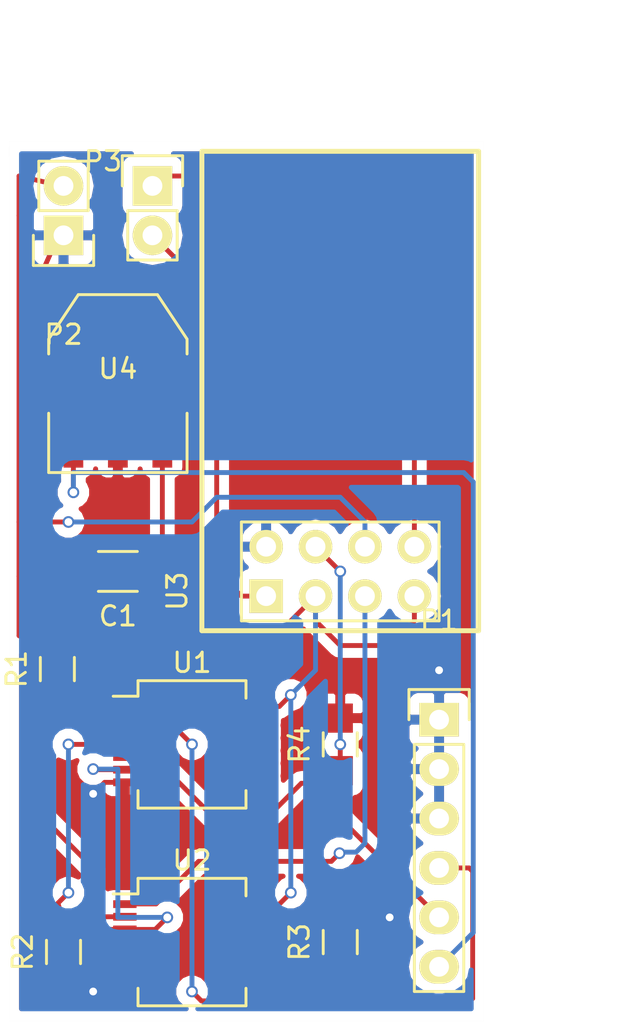
<source format=kicad_pcb>
(kicad_pcb (version 4) (host pcbnew 4.0.2+dfsg1-2~bpo8+1-stable)

  (general
    (links 32)
    (no_connects 0)
    (area 112.521499 71.881499 136.906501 117.094501)
    (thickness 1.6)
    (drawings 8)
    (tracks 152)
    (zones 0)
    (modules 12)
    (nets 13)
  )

  (page A4)
  (layers
    (0 F.Cu signal)
    (31 B.Cu signal)
    (32 B.Adhes user)
    (33 F.Adhes user)
    (34 B.Paste user)
    (35 F.Paste user)
    (36 B.SilkS user)
    (37 F.SilkS user)
    (38 B.Mask user)
    (39 F.Mask user)
    (40 Dwgs.User user)
    (41 Cmts.User user)
    (42 Eco1.User user)
    (43 Eco2.User user)
    (44 Edge.Cuts user)
    (45 Margin user)
    (46 B.CrtYd user)
    (47 F.CrtYd user)
    (48 B.Fab user)
    (49 F.Fab user)
  )

  (setup
    (last_trace_width 0.25)
    (trace_clearance 0.2)
    (zone_clearance 0.508)
    (zone_45_only no)
    (trace_min 0.2)
    (segment_width 0.2)
    (edge_width 0.001)
    (via_size 0.6)
    (via_drill 0.4)
    (via_min_size 0.4)
    (via_min_drill 0.3)
    (uvia_size 0.3)
    (uvia_drill 0.1)
    (uvias_allowed no)
    (uvia_min_size 0.2)
    (uvia_min_drill 0.1)
    (pcb_text_width 0.3)
    (pcb_text_size 1.5 1.5)
    (mod_edge_width 0.15)
    (mod_text_size 1 1)
    (mod_text_width 0.15)
    (pad_size 1.524 1.524)
    (pad_drill 0.762)
    (pad_to_mask_clearance 0.2)
    (aux_axis_origin 0 0)
    (visible_elements 7FFFFFFF)
    (pcbplotparams
      (layerselection 0x00030_80000001)
      (usegerberextensions false)
      (excludeedgelayer true)
      (linewidth 0.100000)
      (plotframeref false)
      (viasonmask false)
      (mode 1)
      (useauxorigin false)
      (hpglpennumber 1)
      (hpglpenspeed 20)
      (hpglpendiameter 15)
      (hpglpenoverlay 2)
      (psnegative false)
      (psa4output false)
      (plotreference true)
      (plotvalue true)
      (plotinvisibletext false)
      (padsonsilk false)
      (subtractmaskfromsilk false)
      (outputformat 1)
      (mirror false)
      (drillshape 1)
      (scaleselection 1)
      (outputdirectory ""))
  )

  (net 0 "")
  (net 1 GND)
  (net 2 "Net-(P1-Pad4)")
  (net 3 "Net-(P1-Pad5)")
  (net 4 +3V3)
  (net 5 "Net-(P2-Pad2)")
  (net 6 "Net-(R1-Pad1)")
  (net 7 "Net-(R2-Pad1)")
  (net 8 "Net-(R2-Pad2)")
  (net 9 "Net-(P3-Pad1)")
  (net 10 "Net-(P3-Pad2)")
  (net 11 "Net-(U2-Pad1)")
  (net 12 "Net-(P1-Pad6)")

  (net_class Default "This is the default net class."
    (clearance 0.2)
    (trace_width 0.25)
    (via_dia 0.6)
    (via_drill 0.4)
    (uvia_dia 0.3)
    (uvia_drill 0.1)
    (add_net +3V3)
    (add_net GND)
    (add_net "Net-(P1-Pad4)")
    (add_net "Net-(P1-Pad5)")
    (add_net "Net-(P1-Pad6)")
    (add_net "Net-(P2-Pad2)")
    (add_net "Net-(P3-Pad1)")
    (add_net "Net-(P3-Pad2)")
    (add_net "Net-(R1-Pad1)")
    (add_net "Net-(R2-Pad1)")
    (add_net "Net-(R2-Pad2)")
    (add_net "Net-(U2-Pad1)")
  )

  (module Pin_Headers:Pin_Header_Straight_1x06 (layer F.Cu) (tedit 57F7383C) (tstamp 57E07489)
    (at 134.62 101.6)
    (descr "Through hole pin header")
    (tags "pin header")
    (path /57E03F0F)
    (fp_text reference P1 (at 0 -5.1) (layer F.SilkS)
      (effects (font (size 1 1) (thickness 0.15)))
    )
    (fp_text value G_G_G_I1_I2_V (at -1.651 7.747 90) (layer F.Fab)
      (effects (font (size 1 1) (thickness 0.15)))
    )
    (fp_line (start -1.75 -1.75) (end -1.75 14.45) (layer F.CrtYd) (width 0.05))
    (fp_line (start 1.75 -1.75) (end 1.75 14.45) (layer F.CrtYd) (width 0.05))
    (fp_line (start -1.75 -1.75) (end 1.75 -1.75) (layer F.CrtYd) (width 0.05))
    (fp_line (start -1.75 14.45) (end 1.75 14.45) (layer F.CrtYd) (width 0.05))
    (fp_line (start 1.27 1.27) (end 1.27 13.97) (layer F.SilkS) (width 0.15))
    (fp_line (start 1.27 13.97) (end -1.27 13.97) (layer F.SilkS) (width 0.15))
    (fp_line (start -1.27 13.97) (end -1.27 1.27) (layer F.SilkS) (width 0.15))
    (fp_line (start 1.55 -1.55) (end 1.55 0) (layer F.SilkS) (width 0.15))
    (fp_line (start 1.27 1.27) (end -1.27 1.27) (layer F.SilkS) (width 0.15))
    (fp_line (start -1.55 0) (end -1.55 -1.55) (layer F.SilkS) (width 0.15))
    (fp_line (start -1.55 -1.55) (end 1.55 -1.55) (layer F.SilkS) (width 0.15))
    (pad 1 thru_hole rect (at 0 0) (size 2.032 1.7272) (drill 1.016) (layers *.Cu *.Mask F.SilkS)
      (net 1 GND))
    (pad 2 thru_hole oval (at 0 2.54) (size 2.032 1.7272) (drill 1.016) (layers *.Cu *.Mask F.SilkS)
      (net 1 GND))
    (pad 3 thru_hole oval (at 0 5.08) (size 2.032 1.7272) (drill 1.016) (layers *.Cu *.Mask F.SilkS)
      (net 1 GND))
    (pad 4 thru_hole oval (at 0 7.62) (size 2.032 1.7272) (drill 1.016) (layers *.Cu *.Mask F.SilkS)
      (net 2 "Net-(P1-Pad4)"))
    (pad 5 thru_hole oval (at 0 10.16) (size 2.032 1.7272) (drill 1.016) (layers *.Cu *.Mask F.SilkS)
      (net 3 "Net-(P1-Pad5)"))
    (pad 6 thru_hole oval (at 0 12.7) (size 2.032 1.7272) (drill 1.016) (layers *.Cu *.Mask F.SilkS)
      (net 12 "Net-(P1-Pad6)"))
    (model Pin_Headers.3dshapes/Pin_Header_Straight_1x06.wrl
      (at (xyz 0 -0.25 0))
      (scale (xyz 1 1 1))
      (rotate (xyz 0 0 90))
    )
  )

  (module Housings_SSOP:SSOP-14_5.3x6.2mm_Pitch0.65mm (layer F.Cu) (tedit 54130A77) (tstamp 57E074FD)
    (at 121.92 102.87)
    (descr "SSOP14: plastic shrink small outline package; 14 leads; body width 5.3 mm; (see NXP SSOP-TSSOP-VSO-REFLOW.pdf and sot337-1_po.pdf)")
    (tags "SSOP 0.65")
    (path /57E03C96)
    (attr smd)
    (fp_text reference U1 (at 0 -4.2) (layer F.SilkS)
      (effects (font (size 1 1) (thickness 0.15)))
    )
    (fp_text value 74LS32 (at 0 4.2) (layer F.Fab)
      (effects (font (size 1 1) (thickness 0.15)))
    )
    (fp_circle (center -2 -2.5) (end -2.25 -2.5) (layer F.Fab) (width 0.15))
    (fp_line (start -2.65 3.1) (end -2.65 -3.1) (layer F.Fab) (width 0.15))
    (fp_line (start 2.65 3.1) (end -2.65 3.1) (layer F.Fab) (width 0.15))
    (fp_line (start 2.65 -3.1) (end 2.65 3.1) (layer F.Fab) (width 0.15))
    (fp_line (start -2.65 -3.1) (end 2.65 -3.1) (layer F.Fab) (width 0.15))
    (fp_line (start -4.3 -3.45) (end -4.3 3.45) (layer F.CrtYd) (width 0.05))
    (fp_line (start 4.3 -3.45) (end 4.3 3.45) (layer F.CrtYd) (width 0.05))
    (fp_line (start -4.3 -3.45) (end 4.3 -3.45) (layer F.CrtYd) (width 0.05))
    (fp_line (start -4.3 3.45) (end 4.3 3.45) (layer F.CrtYd) (width 0.05))
    (fp_line (start -2.775 -3.275) (end -2.775 -2.475) (layer F.SilkS) (width 0.15))
    (fp_line (start 2.775 -3.275) (end 2.775 -2.375) (layer F.SilkS) (width 0.15))
    (fp_line (start 2.775 3.275) (end 2.775 2.375) (layer F.SilkS) (width 0.15))
    (fp_line (start -2.775 3.275) (end -2.775 2.375) (layer F.SilkS) (width 0.15))
    (fp_line (start -2.775 -3.275) (end 2.775 -3.275) (layer F.SilkS) (width 0.15))
    (fp_line (start -2.775 3.275) (end 2.775 3.275) (layer F.SilkS) (width 0.15))
    (fp_line (start -2.775 -2.475) (end -4.05 -2.475) (layer F.SilkS) (width 0.15))
    (pad 1 smd rect (at -3.45 -1.95) (size 1.2 0.4) (layers F.Cu F.Paste F.Mask)
      (net 5 "Net-(P2-Pad2)"))
    (pad 2 smd rect (at -3.45 -1.3) (size 1.2 0.4) (layers F.Cu F.Paste F.Mask)
      (net 2 "Net-(P1-Pad4)"))
    (pad 3 smd rect (at -3.45 -0.65) (size 1.2 0.4) (layers F.Cu F.Paste F.Mask)
      (net 6 "Net-(R1-Pad1)"))
    (pad 4 smd rect (at -3.45 0) (size 1.2 0.4) (layers F.Cu F.Paste F.Mask)
      (net 8 "Net-(R2-Pad2)"))
    (pad 5 smd rect (at -3.45 0.65) (size 1.2 0.4) (layers F.Cu F.Paste F.Mask)
      (net 3 "Net-(P1-Pad5)"))
    (pad 6 smd rect (at -3.45 1.3) (size 1.2 0.4) (layers F.Cu F.Paste F.Mask)
      (net 7 "Net-(R2-Pad1)"))
    (pad 7 smd rect (at -3.45 1.95) (size 1.2 0.4) (layers F.Cu F.Paste F.Mask)
      (net 1 GND))
    (pad 8 smd rect (at 3.45 1.95) (size 1.2 0.4) (layers F.Cu F.Paste F.Mask))
    (pad 9 smd rect (at 3.45 1.3) (size 1.2 0.4) (layers F.Cu F.Paste F.Mask))
    (pad 10 smd rect (at 3.45 0.65) (size 1.2 0.4) (layers F.Cu F.Paste F.Mask))
    (pad 11 smd rect (at 3.45 0) (size 1.2 0.4) (layers F.Cu F.Paste F.Mask))
    (pad 12 smd rect (at 3.45 -0.65) (size 1.2 0.4) (layers F.Cu F.Paste F.Mask))
    (pad 13 smd rect (at 3.45 -1.3) (size 1.2 0.4) (layers F.Cu F.Paste F.Mask))
    (pad 14 smd rect (at 3.45 -1.95) (size 1.2 0.4) (layers F.Cu F.Paste F.Mask)
      (net 4 +3V3))
    (model Housings_SSOP.3dshapes/SSOP-14_5.3x6.2mm_Pitch0.65mm.wrl
      (at (xyz 0 0 0))
      (scale (xyz 1 1 1))
      (rotate (xyz 0 0 0))
    )
  )

  (module Housings_SSOP:SSOP-14_5.3x6.2mm_Pitch0.65mm (layer F.Cu) (tedit 57F7FE32) (tstamp 57E0751F)
    (at 121.92 113.03)
    (descr "SSOP14: plastic shrink small outline package; 14 leads; body width 5.3 mm; (see NXP SSOP-TSSOP-VSO-REFLOW.pdf and sot337-1_po.pdf)")
    (tags "SSOP 0.65")
    (path /57E0489B)
    (attr smd)
    (fp_text reference U2 (at 0 -4.2) (layer F.SilkS)
      (effects (font (size 1 1) (thickness 0.15)))
    )
    (fp_text value 74HC02 (at 1.524 0 90) (layer F.Fab)
      (effects (font (size 1 1) (thickness 0.15)))
    )
    (fp_circle (center -2 -2.5) (end -2.25 -2.5) (layer F.Fab) (width 0.15))
    (fp_line (start -2.65 3.1) (end -2.65 -3.1) (layer F.Fab) (width 0.15))
    (fp_line (start 2.65 3.1) (end -2.65 3.1) (layer F.Fab) (width 0.15))
    (fp_line (start 2.65 -3.1) (end 2.65 3.1) (layer F.Fab) (width 0.15))
    (fp_line (start -2.65 -3.1) (end 2.65 -3.1) (layer F.Fab) (width 0.15))
    (fp_line (start -4.3 -3.45) (end -4.3 3.45) (layer F.CrtYd) (width 0.05))
    (fp_line (start 4.3 -3.45) (end 4.3 3.45) (layer F.CrtYd) (width 0.05))
    (fp_line (start -4.3 -3.45) (end 4.3 -3.45) (layer F.CrtYd) (width 0.05))
    (fp_line (start -4.3 3.45) (end 4.3 3.45) (layer F.CrtYd) (width 0.05))
    (fp_line (start -2.775 -3.275) (end -2.775 -2.475) (layer F.SilkS) (width 0.15))
    (fp_line (start 2.775 -3.275) (end 2.775 -2.375) (layer F.SilkS) (width 0.15))
    (fp_line (start 2.775 3.275) (end 2.775 2.375) (layer F.SilkS) (width 0.15))
    (fp_line (start -2.775 3.275) (end -2.775 2.375) (layer F.SilkS) (width 0.15))
    (fp_line (start -2.775 -3.275) (end 2.775 -3.275) (layer F.SilkS) (width 0.15))
    (fp_line (start -2.775 3.275) (end 2.775 3.275) (layer F.SilkS) (width 0.15))
    (fp_line (start -2.775 -2.475) (end -4.05 -2.475) (layer F.SilkS) (width 0.15))
    (pad 1 smd rect (at -3.45 -1.95) (size 1.2 0.4) (layers F.Cu F.Paste F.Mask)
      (net 11 "Net-(U2-Pad1)"))
    (pad 2 smd rect (at -3.45 -1.3) (size 1.2 0.4) (layers F.Cu F.Paste F.Mask)
      (net 6 "Net-(R1-Pad1)"))
    (pad 3 smd rect (at -3.45 -0.65) (size 1.2 0.4) (layers F.Cu F.Paste F.Mask)
      (net 7 "Net-(R2-Pad1)"))
    (pad 4 smd rect (at -3.45 0) (size 1.2 0.4) (layers F.Cu F.Paste F.Mask))
    (pad 5 smd rect (at -3.45 0.65) (size 1.2 0.4) (layers F.Cu F.Paste F.Mask))
    (pad 6 smd rect (at -3.45 1.3) (size 1.2 0.4) (layers F.Cu F.Paste F.Mask))
    (pad 7 smd rect (at -3.45 1.95) (size 1.2 0.4) (layers F.Cu F.Paste F.Mask)
      (net 1 GND))
    (pad 8 smd rect (at 3.45 1.95) (size 1.2 0.4) (layers F.Cu F.Paste F.Mask))
    (pad 9 smd rect (at 3.45 1.3) (size 1.2 0.4) (layers F.Cu F.Paste F.Mask))
    (pad 10 smd rect (at 3.45 0.65) (size 1.2 0.4) (layers F.Cu F.Paste F.Mask))
    (pad 11 smd rect (at 3.45 0) (size 1.2 0.4) (layers F.Cu F.Paste F.Mask))
    (pad 12 smd rect (at 3.45 -0.65) (size 1.2 0.4) (layers F.Cu F.Paste F.Mask))
    (pad 13 smd rect (at 3.45 -1.3) (size 1.2 0.4) (layers F.Cu F.Paste F.Mask))
    (pad 14 smd rect (at 3.45 -1.95) (size 1.2 0.4) (layers F.Cu F.Paste F.Mask)
      (net 4 +3V3))
    (model Housings_SSOP.3dshapes/SSOP-14_5.3x6.2mm_Pitch0.65mm.wrl
      (at (xyz 0 0 0))
      (scale (xyz 1 1 1))
      (rotate (xyz 0 0 0))
    )
  )

  (module Pin_Headers:Pin_Header_Straight_1x02 (layer F.Cu) (tedit 57F7FE8F) (tstamp 57E5C6CE)
    (at 119.888 74.168)
    (descr "Through hole pin header")
    (tags "pin header")
    (path /57E5C4F4)
    (fp_text reference P3 (at -2.54 -1.27) (layer F.SilkS)
      (effects (font (size 1 1) (thickness 0.15)))
    )
    (fp_text value Rx_Tx (at -2.032 1.524 90) (layer F.Fab)
      (effects (font (size 1 1) (thickness 0.15)))
    )
    (fp_line (start 1.27 1.27) (end 1.27 3.81) (layer F.SilkS) (width 0.15))
    (fp_line (start 1.55 -1.55) (end 1.55 0) (layer F.SilkS) (width 0.15))
    (fp_line (start -1.75 -1.75) (end -1.75 4.3) (layer F.CrtYd) (width 0.05))
    (fp_line (start 1.75 -1.75) (end 1.75 4.3) (layer F.CrtYd) (width 0.05))
    (fp_line (start -1.75 -1.75) (end 1.75 -1.75) (layer F.CrtYd) (width 0.05))
    (fp_line (start -1.75 4.3) (end 1.75 4.3) (layer F.CrtYd) (width 0.05))
    (fp_line (start 1.27 1.27) (end -1.27 1.27) (layer F.SilkS) (width 0.15))
    (fp_line (start -1.55 0) (end -1.55 -1.55) (layer F.SilkS) (width 0.15))
    (fp_line (start -1.55 -1.55) (end 1.55 -1.55) (layer F.SilkS) (width 0.15))
    (fp_line (start -1.27 1.27) (end -1.27 3.81) (layer F.SilkS) (width 0.15))
    (fp_line (start -1.27 3.81) (end 1.27 3.81) (layer F.SilkS) (width 0.15))
    (pad 1 thru_hole rect (at 0 0) (size 2.032 2.032) (drill 1.016) (layers *.Cu *.Mask F.SilkS)
      (net 9 "Net-(P3-Pad1)"))
    (pad 2 thru_hole oval (at 0 2.54) (size 2.032 2.032) (drill 1.016) (layers *.Cu *.Mask F.SilkS)
      (net 10 "Net-(P3-Pad2)"))
    (model Pin_Headers.3dshapes/Pin_Header_Straight_1x02.wrl
      (at (xyz 0 -0.05 0))
      (scale (xyz 1 1 1))
      (rotate (xyz 0 0 90))
    )
  )

  (module ESP8266:ESP-01 (layer F.Cu) (tedit 577EF889) (tstamp 57E5C6EC)
    (at 125.73 95.25 90)
    (descr "Module, ESP-8266, ESP-01, 8 pin")
    (tags "Module ESP-8266 ESP8266")
    (path /57E5BE76)
    (fp_text reference U3 (at 0.254 -4.572 90) (layer F.SilkS)
      (effects (font (size 1 1) (thickness 0.15)))
    )
    (fp_text value ESP-01v090 (at 12.192 3.556 90) (layer F.Fab)
      (effects (font (size 1 1) (thickness 0.15)))
    )
    (fp_line (start -1.778 -3.302) (end 22.86 -3.302) (layer F.SilkS) (width 0.254))
    (fp_line (start 22.86 -3.302) (end 22.86 10.922) (layer F.SilkS) (width 0.254))
    (fp_line (start 22.86 10.922) (end -1.778 10.922) (layer F.SilkS) (width 0.254))
    (fp_line (start -1.778 10.922) (end -1.778 -3.302) (layer F.SilkS) (width 0.254))
    (fp_line (start -1.778 -3.302) (end 22.86 -3.302) (layer F.Fab) (width 0.05))
    (fp_line (start 22.86 -3.302) (end 22.86 10.922) (layer F.Fab) (width 0.05))
    (fp_line (start 22.86 10.922) (end -1.778 10.922) (layer F.Fab) (width 0.05))
    (fp_line (start -1.778 10.922) (end -1.778 -3.302) (layer F.Fab) (width 0.05))
    (fp_line (start 1.27 -1.27) (end -1.27 -1.27) (layer F.SilkS) (width 0.1524))
    (fp_line (start -1.27 -1.27) (end -1.27 1.27) (layer F.SilkS) (width 0.1524))
    (fp_line (start -1.75 -1.75) (end -1.75 9.4) (layer F.CrtYd) (width 0.05))
    (fp_line (start 4.3 -1.75) (end 4.3 9.4) (layer F.CrtYd) (width 0.05))
    (fp_line (start -1.75 -1.75) (end 4.3 -1.75) (layer F.CrtYd) (width 0.05))
    (fp_line (start -1.75 9.4) (end 4.3 9.4) (layer F.CrtYd) (width 0.05))
    (fp_line (start -1.27 1.27) (end -1.27 8.89) (layer F.SilkS) (width 0.1524))
    (fp_line (start -1.27 8.89) (end 3.81 8.89) (layer F.SilkS) (width 0.1524))
    (fp_line (start 3.81 8.89) (end 3.81 -1.27) (layer F.SilkS) (width 0.1524))
    (fp_line (start 3.81 -1.27) (end 1.27 -1.27) (layer F.SilkS) (width 0.1524))
    (pad 1 thru_hole rect (at 0 0 90) (size 1.7272 1.7272) (drill 1.016) (layers *.Cu *.Mask F.SilkS)
      (net 10 "Net-(P3-Pad2)"))
    (pad 2 thru_hole oval (at 2.54 0 90) (size 1.7272 1.7272) (drill 1.016) (layers *.Cu *.Mask F.SilkS)
      (net 1 GND))
    (pad 3 thru_hole oval (at 0 2.54 90) (size 1.7272 1.7272) (drill 1.016) (layers *.Cu *.Mask F.SilkS)
      (net 4 +3V3))
    (pad 4 thru_hole oval (at 2.54 2.54 90) (size 1.7272 1.7272) (drill 1.016) (layers *.Cu *.Mask F.SilkS)
      (net 3 "Net-(P1-Pad5)"))
    (pad 5 thru_hole oval (at 0 5.08 90) (size 1.7272 1.7272) (drill 1.016) (layers *.Cu *.Mask F.SilkS)
      (net 11 "Net-(U2-Pad1)"))
    (pad 6 thru_hole oval (at 2.54 5.08 90) (size 1.7272 1.7272) (drill 1.016) (layers *.Cu *.Mask F.SilkS)
      (net 5 "Net-(P2-Pad2)"))
    (pad 7 thru_hole oval (at 0 7.62 90) (size 1.7272 1.7272) (drill 1.016) (layers *.Cu *.Mask F.SilkS)
      (net 4 +3V3))
    (pad 8 thru_hole oval (at 2.54 7.62 90) (size 1.7272 1.7272) (drill 1.016) (layers *.Cu *.Mask F.SilkS)
      (net 9 "Net-(P3-Pad1)"))
  )

  (module SOT-223 (layer F.Cu) (tedit 0) (tstamp 57E9B2D3)
    (at 118.11 84.328)
    (descr "module CMS SOT223 4 pins")
    (tags "CMS SOT")
    (path /57E5E51E)
    (attr smd)
    (fp_text reference U4 (at 0 -0.762) (layer F.SilkS)
      (effects (font (size 1 1) (thickness 0.15)))
    )
    (fp_text value LT1129CST-3.3 (at 0 0.762) (layer F.Fab)
      (effects (font (size 1 1) (thickness 0.15)))
    )
    (fp_line (start -3.556 1.524) (end -3.556 4.572) (layer F.SilkS) (width 0.15))
    (fp_line (start -3.556 4.572) (end 3.556 4.572) (layer F.SilkS) (width 0.15))
    (fp_line (start 3.556 4.572) (end 3.556 1.524) (layer F.SilkS) (width 0.15))
    (fp_line (start -3.556 -1.524) (end -3.556 -2.286) (layer F.SilkS) (width 0.15))
    (fp_line (start -3.556 -2.286) (end -2.032 -4.572) (layer F.SilkS) (width 0.15))
    (fp_line (start -2.032 -4.572) (end 2.032 -4.572) (layer F.SilkS) (width 0.15))
    (fp_line (start 2.032 -4.572) (end 3.556 -2.286) (layer F.SilkS) (width 0.15))
    (fp_line (start 3.556 -2.286) (end 3.556 -1.524) (layer F.SilkS) (width 0.15))
    (pad 4 smd rect (at 0 -3.302) (size 3.6576 2.032) (layers F.Cu F.Paste F.Mask))
    (pad 2 smd rect (at 0 3.302) (size 1.016 2.032) (layers F.Cu F.Paste F.Mask)
      (net 1 GND))
    (pad 3 smd rect (at 2.286 3.302) (size 1.016 2.032) (layers F.Cu F.Paste F.Mask)
      (net 4 +3V3))
    (pad 1 smd rect (at -2.286 3.302) (size 1.016 2.032) (layers F.Cu F.Paste F.Mask)
      (net 12 "Net-(P1-Pad6)"))
    (model TO_SOT_Packages_SMD.3dshapes/SOT-223.wrl
      (at (xyz 0 0 0))
      (scale (xyz 0.4 0.4 0.4))
      (rotate (xyz 0 0 0))
    )
  )

  (module Pin_Headers:Pin_Header_Straight_1x02 (layer F.Cu) (tedit 57F7FEC5) (tstamp 57E9B464)
    (at 115.316 76.708 180)
    (descr "Through hole pin header")
    (tags "pin header")
    (path /57E5C3BD)
    (fp_text reference P2 (at 0 -5.1 180) (layer F.SilkS)
      (effects (font (size 1 1) (thickness 0.15)))
    )
    (fp_text value GND_GP0 (at 2.032 0.762 270) (layer F.Fab)
      (effects (font (size 1 1) (thickness 0.15)))
    )
    (fp_line (start 1.27 1.27) (end 1.27 3.81) (layer F.SilkS) (width 0.15))
    (fp_line (start 1.55 -1.55) (end 1.55 0) (layer F.SilkS) (width 0.15))
    (fp_line (start -1.75 -1.75) (end -1.75 4.3) (layer F.CrtYd) (width 0.05))
    (fp_line (start 1.75 -1.75) (end 1.75 4.3) (layer F.CrtYd) (width 0.05))
    (fp_line (start -1.75 -1.75) (end 1.75 -1.75) (layer F.CrtYd) (width 0.05))
    (fp_line (start -1.75 4.3) (end 1.75 4.3) (layer F.CrtYd) (width 0.05))
    (fp_line (start 1.27 1.27) (end -1.27 1.27) (layer F.SilkS) (width 0.15))
    (fp_line (start -1.55 0) (end -1.55 -1.55) (layer F.SilkS) (width 0.15))
    (fp_line (start -1.55 -1.55) (end 1.55 -1.55) (layer F.SilkS) (width 0.15))
    (fp_line (start -1.27 1.27) (end -1.27 3.81) (layer F.SilkS) (width 0.15))
    (fp_line (start -1.27 3.81) (end 1.27 3.81) (layer F.SilkS) (width 0.15))
    (pad 1 thru_hole rect (at 0 0 180) (size 2.032 2.032) (drill 1.016) (layers *.Cu *.Mask F.SilkS)
      (net 1 GND))
    (pad 2 thru_hole oval (at 0 2.54 180) (size 2.032 2.032) (drill 1.016) (layers *.Cu *.Mask F.SilkS)
      (net 5 "Net-(P2-Pad2)"))
    (model Pin_Headers.3dshapes/Pin_Header_Straight_1x02.wrl
      (at (xyz 0 -0.05 0))
      (scale (xyz 1 1 1))
      (rotate (xyz 0 0 90))
    )
  )

  (module Capacitors_SMD:C_1206_HandSoldering (layer F.Cu) (tedit 541A9C03) (tstamp 57F6B084)
    (at 118.11 93.98 180)
    (descr "Capacitor SMD 1206, hand soldering")
    (tags "capacitor 1206")
    (path /57E9B7FD)
    (attr smd)
    (fp_text reference C1 (at 0 -2.3 180) (layer F.SilkS)
      (effects (font (size 1 1) (thickness 0.15)))
    )
    (fp_text value 100uF (at 0 2.3 180) (layer F.Fab)
      (effects (font (size 1 1) (thickness 0.15)))
    )
    (fp_line (start -3.3 -1.15) (end 3.3 -1.15) (layer F.CrtYd) (width 0.05))
    (fp_line (start -3.3 1.15) (end 3.3 1.15) (layer F.CrtYd) (width 0.05))
    (fp_line (start -3.3 -1.15) (end -3.3 1.15) (layer F.CrtYd) (width 0.05))
    (fp_line (start 3.3 -1.15) (end 3.3 1.15) (layer F.CrtYd) (width 0.05))
    (fp_line (start 1 -1.025) (end -1 -1.025) (layer F.SilkS) (width 0.15))
    (fp_line (start -1 1.025) (end 1 1.025) (layer F.SilkS) (width 0.15))
    (pad 1 smd rect (at -2 0 180) (size 2 1.6) (layers F.Cu F.Paste F.Mask)
      (net 4 +3V3))
    (pad 2 smd rect (at 2 0 180) (size 2 1.6) (layers F.Cu F.Paste F.Mask)
      (net 1 GND))
    (model Capacitors_SMD.3dshapes/C_1206_HandSoldering.wrl
      (at (xyz 0 0 0))
      (scale (xyz 1 1 1))
      (rotate (xyz 0 0 0))
    )
  )

  (module Resistors_SMD:R_0805_HandSoldering (layer F.Cu) (tedit 54189DEE) (tstamp 57F73828)
    (at 115 99 90)
    (descr "Resistor SMD 0805, hand soldering")
    (tags "resistor 0805")
    (path /57E03FB2)
    (attr smd)
    (fp_text reference R1 (at 0 -2.1 90) (layer F.SilkS)
      (effects (font (size 1 1) (thickness 0.15)))
    )
    (fp_text value 1K (at 0 2.1 90) (layer F.Fab)
      (effects (font (size 1 1) (thickness 0.15)))
    )
    (fp_line (start -2.4 -1) (end 2.4 -1) (layer F.CrtYd) (width 0.05))
    (fp_line (start -2.4 1) (end 2.4 1) (layer F.CrtYd) (width 0.05))
    (fp_line (start -2.4 -1) (end -2.4 1) (layer F.CrtYd) (width 0.05))
    (fp_line (start 2.4 -1) (end 2.4 1) (layer F.CrtYd) (width 0.05))
    (fp_line (start 0.6 0.875) (end -0.6 0.875) (layer F.SilkS) (width 0.15))
    (fp_line (start -0.6 -0.875) (end 0.6 -0.875) (layer F.SilkS) (width 0.15))
    (pad 1 smd rect (at -1.35 0 90) (size 1.5 1.3) (layers F.Cu F.Paste F.Mask)
      (net 6 "Net-(R1-Pad1)"))
    (pad 2 smd rect (at 1.35 0 90) (size 1.5 1.3) (layers F.Cu F.Paste F.Mask)
      (net 5 "Net-(P2-Pad2)"))
    (model Resistors_SMD.3dshapes/R_0805_HandSoldering.wrl
      (at (xyz 0 0 0))
      (scale (xyz 1 1 1))
      (rotate (xyz 0 0 0))
    )
  )

  (module Resistors_SMD:R_0805_HandSoldering (layer F.Cu) (tedit 54189DEE) (tstamp 57F73833)
    (at 115.316 113.538 90)
    (descr "Resistor SMD 0805, hand soldering")
    (tags "resistor 0805")
    (path /57E0471C)
    (attr smd)
    (fp_text reference R2 (at 0 -2.1 90) (layer F.SilkS)
      (effects (font (size 1 1) (thickness 0.15)))
    )
    (fp_text value 1K (at 0 2.1 90) (layer F.Fab)
      (effects (font (size 1 1) (thickness 0.15)))
    )
    (fp_line (start -2.4 -1) (end 2.4 -1) (layer F.CrtYd) (width 0.05))
    (fp_line (start -2.4 1) (end 2.4 1) (layer F.CrtYd) (width 0.05))
    (fp_line (start -2.4 -1) (end -2.4 1) (layer F.CrtYd) (width 0.05))
    (fp_line (start 2.4 -1) (end 2.4 1) (layer F.CrtYd) (width 0.05))
    (fp_line (start 0.6 0.875) (end -0.6 0.875) (layer F.SilkS) (width 0.15))
    (fp_line (start -0.6 -0.875) (end 0.6 -0.875) (layer F.SilkS) (width 0.15))
    (pad 1 smd rect (at -1.35 0 90) (size 1.5 1.3) (layers F.Cu F.Paste F.Mask)
      (net 7 "Net-(R2-Pad1)"))
    (pad 2 smd rect (at 1.35 0 90) (size 1.5 1.3) (layers F.Cu F.Paste F.Mask)
      (net 8 "Net-(R2-Pad2)"))
    (model Resistors_SMD.3dshapes/R_0805_HandSoldering.wrl
      (at (xyz 0 0 0))
      (scale (xyz 1 1 1))
      (rotate (xyz 0 0 0))
    )
  )

  (module Resistors_SMD:R_0805_HandSoldering (layer F.Cu) (tedit 54189DEE) (tstamp 57F7383E)
    (at 129.54 113.03 90)
    (descr "Resistor SMD 0805, hand soldering")
    (tags "resistor 0805")
    (path /57E040DB)
    (attr smd)
    (fp_text reference R3 (at 0 -2.1 90) (layer F.SilkS)
      (effects (font (size 1 1) (thickness 0.15)))
    )
    (fp_text value 1K (at 0 2.1 90) (layer F.Fab)
      (effects (font (size 1 1) (thickness 0.15)))
    )
    (fp_line (start -2.4 -1) (end 2.4 -1) (layer F.CrtYd) (width 0.05))
    (fp_line (start -2.4 1) (end 2.4 1) (layer F.CrtYd) (width 0.05))
    (fp_line (start -2.4 -1) (end -2.4 1) (layer F.CrtYd) (width 0.05))
    (fp_line (start 2.4 -1) (end 2.4 1) (layer F.CrtYd) (width 0.05))
    (fp_line (start 0.6 0.875) (end -0.6 0.875) (layer F.SilkS) (width 0.15))
    (fp_line (start -0.6 -0.875) (end 0.6 -0.875) (layer F.SilkS) (width 0.15))
    (pad 1 smd rect (at -1.35 0 90) (size 1.5 1.3) (layers F.Cu F.Paste F.Mask)
      (net 2 "Net-(P1-Pad4)"))
    (pad 2 smd rect (at 1.35 0 90) (size 1.5 1.3) (layers F.Cu F.Paste F.Mask)
      (net 1 GND))
    (model Resistors_SMD.3dshapes/R_0805_HandSoldering.wrl
      (at (xyz 0 0 0))
      (scale (xyz 1 1 1))
      (rotate (xyz 0 0 0))
    )
  )

  (module Resistors_SMD:R_0805_HandSoldering (layer F.Cu) (tedit 54189DEE) (tstamp 57F73849)
    (at 129.54 102.87 90)
    (descr "Resistor SMD 0805, hand soldering")
    (tags "resistor 0805")
    (path /57E04769)
    (attr smd)
    (fp_text reference R4 (at 0 -2.1 90) (layer F.SilkS)
      (effects (font (size 1 1) (thickness 0.15)))
    )
    (fp_text value 1K (at 0 2.1 90) (layer F.Fab)
      (effects (font (size 1 1) (thickness 0.15)))
    )
    (fp_line (start -2.4 -1) (end 2.4 -1) (layer F.CrtYd) (width 0.05))
    (fp_line (start -2.4 1) (end 2.4 1) (layer F.CrtYd) (width 0.05))
    (fp_line (start -2.4 -1) (end -2.4 1) (layer F.CrtYd) (width 0.05))
    (fp_line (start 2.4 -1) (end 2.4 1) (layer F.CrtYd) (width 0.05))
    (fp_line (start 0.6 0.875) (end -0.6 0.875) (layer F.SilkS) (width 0.15))
    (fp_line (start -0.6 -0.875) (end 0.6 -0.875) (layer F.SilkS) (width 0.15))
    (pad 1 smd rect (at -1.35 0 90) (size 1.5 1.3) (layers F.Cu F.Paste F.Mask)
      (net 3 "Net-(P1-Pad5)"))
    (pad 2 smd rect (at 1.35 0 90) (size 1.5 1.3) (layers F.Cu F.Paste F.Mask)
      (net 1 GND))
    (model Resistors_SMD.3dshapes/R_0805_HandSoldering.wrl
      (at (xyz 0 0 0))
      (scale (xyz 1 1 1))
      (rotate (xyz 0 0 0))
    )
  )

  (dimension 45.212 (width 0.3) (layer Dwgs.User)
    (gr_text "1.7800 in" (at 142.066 94.488 270) (layer Dwgs.User)
      (effects (font (size 1.5 1.5) (thickness 0.3)))
    )
    (feature1 (pts (xy 136.906 117.094) (xy 143.416 117.094)))
    (feature2 (pts (xy 136.906 71.882) (xy 143.416 71.882)))
    (crossbar (pts (xy 140.716 71.882) (xy 140.716 117.094)))
    (arrow1a (pts (xy 140.716 117.094) (xy 140.129579 115.967496)))
    (arrow1b (pts (xy 140.716 117.094) (xy 141.302421 115.967496)))
    (arrow2a (pts (xy 140.716 71.882) (xy 140.129579 73.008504)))
    (arrow2b (pts (xy 140.716 71.882) (xy 141.302421 73.008504)))
  )
  (dimension 24.384 (width 0.3) (layer Dwgs.User)
    (gr_text "0.9600 in" (at 124.714 66.468) (layer Dwgs.User)
      (effects (font (size 1.5 1.5) (thickness 0.3)))
    )
    (feature1 (pts (xy 136.906 71.882) (xy 136.906 65.118)))
    (feature2 (pts (xy 112.522 71.882) (xy 112.522 65.118)))
    (crossbar (pts (xy 112.522 67.818) (xy 136.906 67.818)))
    (arrow1a (pts (xy 136.906 67.818) (xy 135.779496 68.404421)))
    (arrow1b (pts (xy 136.906 67.818) (xy 135.779496 67.231579)))
    (arrow2a (pts (xy 112.522 67.818) (xy 113.648504 68.404421)))
    (arrow2b (pts (xy 112.522 67.818) (xy 113.648504 67.231579)))
  )
  (gr_line (start 112.522 72.644) (end 112.522 72.39) (angle 90) (layer Edge.Cuts) (width 0.001))
  (gr_line (start 112.522 71.882) (end 112.522 72.644) (angle 90) (layer Edge.Cuts) (width 0.001))
  (gr_line (start 136.906 71.882) (end 112.522 71.882) (angle 90) (layer Edge.Cuts) (width 0.001))
  (gr_line (start 136.906 117.094) (end 136.906 71.882) (angle 90) (layer Edge.Cuts) (width 0.001))
  (gr_line (start 112.522 117.094) (end 136.906 117.094) (angle 90) (layer Edge.Cuts) (width 0.001))
  (gr_line (start 112.522 72.136) (end 112.522 117.094) (angle 90) (layer Edge.Cuts) (width 0.001))

  (segment (start 115.316 76.708) (end 115.062 76.708) (width 0.25) (layer F.Cu) (net 1))
  (segment (start 115.062 76.708) (end 114.046 78.994) (width 0.25) (layer F.Cu) (net 1) (tstamp 57F7399D))
  (segment (start 118.11 87.63) (end 118.11 85.598) (width 0.25) (layer F.Cu) (net 1))
  (segment (start 114.046 78.994) (end 114.046 81.788) (width 0.25) (layer F.Cu) (net 1) (tstamp 57EB111A))
  (segment (start 114.046 81.788) (end 114.3 85.09) (width 0.25) (layer F.Cu) (net 1) (tstamp 57EB111C))
  (segment (start 114.3 85.09) (end 115.57 85.09) (width 0.25) (layer F.Cu) (net 1) (tstamp 57EB111E))
  (segment (start 117.602 85.09) (end 115.57 85.09) (width 0.25) (layer F.Cu) (net 1) (tstamp 57F738D3))
  (segment (start 118.11 85.598) (end 117.602 85.09) (width 0.25) (layer F.Cu) (net 1) (tstamp 57F738D2))
  (segment (start 118.47 114.98) (end 117.43 114.98) (width 0.25) (layer F.Cu) (net 1))
  (segment (start 116.84 115.57) (end 116.84 105.41) (width 0.25) (layer B.Cu) (net 1) (tstamp 57EB16E8))
  (via (at 116.84 115.57) (size 0.6) (drill 0.4) (layers F.Cu B.Cu) (net 1))
  (segment (start 117.43 114.98) (end 116.84 115.57) (width 0.25) (layer F.Cu) (net 1) (tstamp 57EB16DE))
  (via (at 134.62 106.68) (size 0.6) (drill 0.4) (layers F.Cu B.Cu) (net 1))
  (segment (start 129.54 111.03) (end 131.35 111.03) (width 0.25) (layer F.Cu) (net 1))
  (segment (start 132.08 106.68) (end 134.62 106.68) (width 0.25) (layer B.Cu) (net 1) (tstamp 57EB16AE))
  (segment (start 132.08 111.76) (end 132.08 106.68) (width 0.25) (layer B.Cu) (net 1) (tstamp 57EB16AD))
  (via (at 132.08 111.76) (size 0.6) (drill 0.4) (layers F.Cu B.Cu) (net 1))
  (segment (start 131.35 111.03) (end 132.08 111.76) (width 0.25) (layer F.Cu) (net 1) (tstamp 57EB16A6))
  (segment (start 118.47 104.82) (end 117.43 104.82) (width 0.25) (layer F.Cu) (net 1))
  (segment (start 116.84 105.41) (end 116.84 106.68) (width 0.25) (layer B.Cu) (net 1) (tstamp 57EB160E))
  (via (at 116.84 105.41) (size 0.6) (drill 0.4) (layers F.Cu B.Cu) (net 1))
  (segment (start 117.43 104.82) (end 116.84 105.41) (width 0.25) (layer F.Cu) (net 1) (tstamp 57EB1607))
  (segment (start 134.62 101.6) (end 134.62 99.06) (width 0.25) (layer B.Cu) (net 1))
  (segment (start 134.62 99.06) (end 134.62 97.79) (width 0.25) (layer F.Cu) (net 1) (tstamp 57EB15AB))
  (via (at 134.62 99.06) (size 0.6) (drill 0.4) (layers F.Cu B.Cu) (net 1))
  (segment (start 118.47 101.57) (end 120.62 101.57) (width 0.25) (layer F.Cu) (net 2))
  (segment (start 128.5174 116.0526) (end 129.54 115.03) (width 0.25) (layer F.Cu) (net 2) (tstamp 57EAD855))
  (segment (start 122.4026 116.0526) (end 128.5174 116.0526) (width 0.25) (layer F.Cu) (net 2) (tstamp 57EAD84F))
  (segment (start 121.92 115.57) (end 122.4026 116.0526) (width 0.25) (layer F.Cu) (net 2) (tstamp 57EAD84E))
  (via (at 121.92 115.57) (size 0.6) (drill 0.4) (layers F.Cu B.Cu) (net 2))
  (segment (start 121.92 102.87) (end 121.92 115.57) (width 0.25) (layer B.Cu) (net 2) (tstamp 57EAD848))
  (via (at 121.92 102.87) (size 0.6) (drill 0.4) (layers F.Cu B.Cu) (net 2))
  (segment (start 120.62 101.57) (end 121.92 102.87) (width 0.25) (layer F.Cu) (net 2) (tstamp 57EAD837))
  (segment (start 134.62 109.22) (end 136.16432 109.22) (width 0.25) (layer F.Cu) (net 2))
  (segment (start 130.57784 116.06784) (end 129.54 115.03) (width 0.25) (layer F.Cu) (net 2) (tstamp 57EACC9C))
  (segment (start 136.20496 116.06784) (end 130.57784 116.06784) (width 0.25) (layer F.Cu) (net 2) (tstamp 57EACC98))
  (segment (start 136.3472 115.9256) (end 136.20496 116.06784) (width 0.25) (layer F.Cu) (net 2) (tstamp 57EACC95))
  (segment (start 136.3472 109.40288) (end 136.3472 115.9256) (width 0.25) (layer F.Cu) (net 2) (tstamp 57EACC89))
  (segment (start 136.16432 109.22) (end 136.3472 109.40288) (width 0.25) (layer F.Cu) (net 2) (tstamp 57EACC74))
  (segment (start 128.27 92.71) (end 129.54 93.98) (width 0.25) (layer F.Cu) (net 3))
  (segment (start 129.54 102.87) (end 129.54 104.87) (width 0.25) (layer F.Cu) (net 3) (tstamp 57EAD81A))
  (via (at 129.54 102.87) (size 0.6) (drill 0.4) (layers F.Cu B.Cu) (net 3))
  (segment (start 129.54 93.98) (end 129.54 102.87) (width 0.25) (layer B.Cu) (net 3) (tstamp 57EAD80E))
  (via (at 129.54 93.98) (size 0.6) (drill 0.4) (layers F.Cu B.Cu) (net 3))
  (segment (start 129.54 104.87) (end 129.54 106.68) (width 0.25) (layer F.Cu) (net 3))
  (segment (start 129.54 106.68) (end 134.62 111.76) (width 0.25) (layer F.Cu) (net 3) (tstamp 57EAD7FA))
  (segment (start 129.54 104.87) (end 127.54 104.87) (width 0.25) (layer F.Cu) (net 3))
  (segment (start 120.00992 103.59136) (end 118.54136 103.59136) (width 0.25) (layer F.Cu) (net 3) (tstamp 57EAD7EB))
  (segment (start 123.09856 106.68) (end 120.00992 103.59136) (width 0.25) (layer F.Cu) (net 3) (tstamp 57EAD7E2))
  (segment (start 125.73 106.68) (end 123.09856 106.68) (width 0.25) (layer F.Cu) (net 3) (tstamp 57EAD7DE))
  (segment (start 127.54 104.87) (end 125.73 106.68) (width 0.25) (layer F.Cu) (net 3) (tstamp 57EAD7CE))
  (segment (start 118.54136 103.59136) (end 118.47 103.52) (width 0.25) (layer F.Cu) (net 3) (tstamp 57EAD7F0))
  (segment (start 120.11 93.98) (end 121.793 93.98) (width 0.25) (layer F.Cu) (net 4))
  (segment (start 120.396 92.583) (end 120.396 87.63) (width 0.25) (layer F.Cu) (net 4) (tstamp 57F739F2))
  (segment (start 121.793 93.98) (end 120.396 92.583) (width 0.25) (layer F.Cu) (net 4) (tstamp 57F739F1))
  (segment (start 125.37 111.08) (end 126.41 111.08) (width 0.25) (layer F.Cu) (net 4))
  (segment (start 127 110.49) (end 127 100.33) (width 0.25) (layer B.Cu) (net 4) (tstamp 57EACDD2))
  (via (at 127 110.49) (size 0.6) (drill 0.4) (layers F.Cu B.Cu) (net 4))
  (segment (start 126.41 111.08) (end 127 110.49) (width 0.25) (layer F.Cu) (net 4) (tstamp 57EACDCD))
  (segment (start 125.37 100.92) (end 126.41 100.92) (width 0.25) (layer F.Cu) (net 4))
  (segment (start 128.27 99.06) (end 128.27 95.25) (width 0.25) (layer B.Cu) (net 4) (tstamp 57EACD9E))
  (segment (start 127 100.33) (end 128.27 99.06) (width 0.25) (layer B.Cu) (net 4) (tstamp 57EACD9D))
  (via (at 127 100.33) (size 0.6) (drill 0.4) (layers F.Cu B.Cu) (net 4))
  (segment (start 126.41 100.92) (end 127 100.33) (width 0.25) (layer F.Cu) (net 4) (tstamp 57EACD92))
  (segment (start 125.73 97.79) (end 128.27 95.25) (width 0.25) (layer F.Cu) (net 4) (tstamp 57EACCEB))
  (segment (start 123.19 97.79) (end 125.73 97.79) (width 0.25) (layer F.Cu) (net 4) (tstamp 57EACCE9))
  (segment (start 119.38 93.98) (end 123.19 97.79) (width 0.25) (layer F.Cu) (net 4) (tstamp 57EACCDE))
  (segment (start 128.27 95.25) (end 128.27 96.52) (width 0.25) (layer F.Cu) (net 4) (tstamp 57EACCEF))
  (segment (start 128.27 96.52) (end 129.54 97.79) (width 0.25) (layer F.Cu) (net 4) (tstamp 57EACCF0))
  (segment (start 129.54 97.79) (end 132.08 97.79) (width 0.25) (layer F.Cu) (net 4) (tstamp 57EACCF5))
  (segment (start 132.08 97.79) (end 133.35 96.52) (width 0.25) (layer F.Cu) (net 4) (tstamp 57EACCF7))
  (segment (start 133.35 96.52) (end 133.35 95.25) (width 0.25) (layer F.Cu) (net 4) (tstamp 57EACCF9))
  (segment (start 115 97.65) (end 116.192 97.65) (width 0.25) (layer F.Cu) (net 5))
  (segment (start 116.922 100.92) (end 118.47 100.92) (width 0.25) (layer F.Cu) (net 5) (tstamp 57F7389E))
  (segment (start 116.84 100.838) (end 116.922 100.92) (width 0.25) (layer F.Cu) (net 5) (tstamp 57F7389D))
  (segment (start 116.84 98.298) (end 116.84 100.838) (width 0.25) (layer F.Cu) (net 5) (tstamp 57F7389C))
  (segment (start 116.192 97.65) (end 116.84 98.298) (width 0.25) (layer F.Cu) (net 5) (tstamp 57F7389B))
  (segment (start 113.03 91.44) (end 113.03 94.234) (width 0.25) (layer F.Cu) (net 5))
  (segment (start 113.65 97.65) (end 113.03 97.282) (width 0.25) (layer F.Cu) (net 5) (tstamp 57F73892))
  (segment (start 113.65 97.65) (end 115 97.65) (width 0.25) (layer F.Cu) (net 5))
  (segment (start 113.03 94.234) (end 113.03 97.282) (width 0.25) (layer F.Cu) (net 5) (tstamp 57F73898))
  (segment (start 118.42 100.87) (end 118.47 100.92) (width 0.25) (layer F.Cu) (net 5) (tstamp 57EACB88))
  (via (at 130.81 92.71) (size 0.6) (drill 0.4) (layers F.Cu B.Cu) (net 5))
  (segment (start 130.81 92.71) (end 130.81 91.44) (width 0.25) (layer B.Cu) (net 5) (tstamp 57EB121A))
  (segment (start 115.57 91.44) (end 113.03 91.44) (width 0.25) (layer F.Cu) (net 5) (tstamp 57EB1230))
  (via (at 115.57 91.44) (size 0.6) (drill 0.4) (layers F.Cu B.Cu) (net 5))
  (segment (start 121.92 91.44) (end 115.57 91.44) (width 0.25) (layer B.Cu) (net 5) (tstamp 57EB1228))
  (segment (start 123.19 90.17) (end 121.92 91.44) (width 0.25) (layer B.Cu) (net 5) (tstamp 57EB1223))
  (segment (start 129.54 90.17) (end 123.19 90.17) (width 0.25) (layer B.Cu) (net 5) (tstamp 57EB1222))
  (segment (start 130.81 91.44) (end 129.54 90.17) (width 0.25) (layer B.Cu) (net 5) (tstamp 57EB121B))
  (segment (start 115.189 74.168) (end 113.03 73.66) (width 0.25) (layer F.Cu) (net 5))
  (segment (start 113.03 73.66) (end 113.03 75.692) (width 0.25) (layer F.Cu) (net 5) (tstamp 57EAD797))
  (segment (start 113.03 75.692) (end 113.03 91.44) (width 0.25) (layer F.Cu) (net 5) (tstamp 57EAD79E))
  (segment (start 118.47 102.22) (end 117.206 102.22) (width 0.25) (layer F.Cu) (net 6))
  (segment (start 116.25 101.6) (end 115 100.35) (width 0.25) (layer F.Cu) (net 6) (tstamp 57F738AC))
  (segment (start 116.586 101.6) (end 116.25 101.6) (width 0.25) (layer F.Cu) (net 6) (tstamp 57F738AB))
  (segment (start 117.206 102.22) (end 116.586 101.6) (width 0.25) (layer F.Cu) (net 6) (tstamp 57F738AA))
  (segment (start 115 100.35) (end 115 101.154) (width 0.25) (layer F.Cu) (net 6))
  (segment (start 115 101.154) (end 114.3 101.854) (width 0.25) (layer F.Cu) (net 6) (tstamp 57F738A3))
  (segment (start 114.3 101.854) (end 114.3 103.0224) (width 0.25) (layer F.Cu) (net 6) (tstamp 57F738A4))
  (segment (start 114.3 103.0224) (end 114.3 103.378) (width 0.25) (layer F.Cu) (net 6) (tstamp 57F738A5))
  (segment (start 118.47 111.73) (end 116.87 111.73) (width 0.25) (layer F.Cu) (net 6))
  (segment (start 114.3 106.68) (end 114.3 104.87) (width 0.25) (layer F.Cu) (net 6) (tstamp 57EB1257))
  (segment (start 116.84 109.22) (end 114.3 106.68) (width 0.25) (layer F.Cu) (net 6) (tstamp 57EB1254))
  (segment (start 116.84 111.7) (end 116.84 109.22) (width 0.25) (layer F.Cu) (net 6) (tstamp 57EB1252))
  (segment (start 116.87 111.73) (end 116.84 111.7) (width 0.25) (layer F.Cu) (net 6) (tstamp 57EB124C))
  (segment (start 114.3 104.87) (end 114.3 103.378) (width 0.25) (layer F.Cu) (net 6))
  (segment (start 114.3 103.378) (end 114.3 103.0224) (width 0.25) (layer F.Cu) (net 6) (tstamp 57F738A8))
  (segment (start 118.46976 102.21976) (end 118.47 102.22) (width 0.25) (layer F.Cu) (net 6) (tstamp 57EACC04))
  (segment (start 118.47 104.17) (end 116.87 104.17) (width 0.25) (layer F.Cu) (net 7))
  (segment (start 120.03 112.38) (end 118.47 112.38) (width 0.25) (layer F.Cu) (net 7) (tstamp 57EB174E))
  (segment (start 120.65 111.76) (end 120.03 112.38) (width 0.25) (layer F.Cu) (net 7) (tstamp 57EB174D))
  (via (at 120.65 111.76) (size 0.6) (drill 0.4) (layers F.Cu B.Cu) (net 7))
  (segment (start 118.11 111.76) (end 120.65 111.76) (width 0.25) (layer B.Cu) (net 7) (tstamp 57EB1742))
  (segment (start 118.11 104.14) (end 118.11 111.76) (width 0.25) (layer B.Cu) (net 7) (tstamp 57EB1741))
  (segment (start 116.84 104.14) (end 118.11 104.14) (width 0.25) (layer B.Cu) (net 7) (tstamp 57EB1740))
  (via (at 116.84 104.14) (size 0.6) (drill 0.4) (layers F.Cu B.Cu) (net 7))
  (segment (start 116.87 104.17) (end 116.84 104.14) (width 0.25) (layer F.Cu) (net 7) (tstamp 57EB1732))
  (segment (start 115.062 114.808) (end 114.4844 115.03) (width 0.25) (layer F.Cu) (net 7))
  (segment (start 114.4844 115.03) (end 117.1344 112.38) (width 0.25) (layer F.Cu) (net 7) (tstamp 57EACC42))
  (segment (start 117.1344 112.38) (end 118.47 112.38) (width 0.25) (layer F.Cu) (net 7) (tstamp 57EACC49))
  (segment (start 115.316 112.014) (end 115.03 111.03) (width 0.25) (layer F.Cu) (net 8))
  (segment (start 115.03 111.03) (end 115.57 110.49) (width 0.25) (layer F.Cu) (net 8) (tstamp 57EACBB5))
  (via (at 115.57 110.49) (size 0.6) (drill 0.4) (layers F.Cu B.Cu) (net 8))
  (segment (start 115.57 110.49) (end 115.57 102.87) (width 0.25) (layer B.Cu) (net 8) (tstamp 57EACBD6))
  (via (at 115.57 102.87) (size 0.6) (drill 0.4) (layers F.Cu B.Cu) (net 8))
  (segment (start 115.57 102.87) (end 118.47 102.87) (width 0.25) (layer F.Cu) (net 8) (tstamp 57EACBDD))
  (segment (start 119.38 73.66) (end 123.19 73.66) (width 0.25) (layer F.Cu) (net 9))
  (segment (start 133.35 83.82) (end 133.35 92.71) (width 0.25) (layer F.Cu) (net 9) (tstamp 57EACCCD))
  (segment (start 123.19 73.66) (end 133.35 83.82) (width 0.25) (layer F.Cu) (net 9) (tstamp 57EACCC6))
  (segment (start 119.38 76.2) (end 123.19 80.01) (width 0.25) (layer F.Cu) (net 10))
  (segment (start 124.46 95.25) (end 125.73 95.25) (width 0.25) (layer F.Cu) (net 10) (tstamp 57EAD7BC))
  (segment (start 123.19 93.98) (end 124.46 95.25) (width 0.25) (layer F.Cu) (net 10) (tstamp 57EAD7B9))
  (segment (start 123.19 80.01) (end 123.19 93.98) (width 0.25) (layer F.Cu) (net 10) (tstamp 57EAD7B2))
  (via (at 130.81 95.25) (size 0.6) (drill 0.4) (layers F.Cu B.Cu) (net 11))
  (segment (start 130.81 95.25) (end 130.81 107.95) (width 0.25) (layer B.Cu) (net 11) (tstamp 57EB1159))
  (segment (start 120.07088 111.06912) (end 118.48088 111.06912) (width 0.25) (layer F.Cu) (net 11) (tstamp 57EB118E))
  (segment (start 122.25782 108.88218) (end 120.07088 111.06912) (width 0.25) (layer F.Cu) (net 11) (tstamp 57EB1189))
  (segment (start 129.0828 108.88218) (end 122.25782 108.88218) (width 0.25) (layer F.Cu) (net 11) (tstamp 57EB117F))
  (segment (start 129.5019 108.46308) (end 129.0828 108.88218) (width 0.25) (layer F.Cu) (net 11) (tstamp 57EB117E))
  (via (at 129.5019 108.46308) (size 0.6) (drill 0.4) (layers F.Cu B.Cu) (net 11))
  (segment (start 129.55778 108.4072) (end 129.5019 108.46308) (width 0.25) (layer B.Cu) (net 11) (tstamp 57EB1174))
  (segment (start 130.3528 108.4072) (end 129.55778 108.4072) (width 0.25) (layer B.Cu) (net 11) (tstamp 57EB1169))
  (segment (start 130.81 107.95) (end 130.3528 108.4072) (width 0.25) (layer B.Cu) (net 11) (tstamp 57EB115A))
  (segment (start 118.48088 111.06912) (end 118.47 111.08) (width 0.25) (layer F.Cu) (net 11) (tstamp 57EB1194))
  (segment (start 115.824 87.63) (end 115.824 89.916) (width 0.25) (layer F.Cu) (net 12))
  (segment (start 136.37514 112.54486) (end 134.62 114.3) (width 0.25) (layer B.Cu) (net 12) (tstamp 57EB11E2))
  (segment (start 136.37514 89.38514) (end 136.37514 112.54486) (width 0.25) (layer B.Cu) (net 12) (tstamp 57EB11CB))
  (segment (start 135.89 88.9) (end 136.37514 89.38514) (width 0.25) (layer B.Cu) (net 12) (tstamp 57EB11CA))
  (segment (start 115.824 88.9) (end 135.89 88.9) (width 0.25) (layer B.Cu) (net 12) (tstamp 57EB11C6))
  (segment (start 115.824 89.916) (end 115.824 88.9) (width 0.25) (layer B.Cu) (net 12) (tstamp 57EB11C5))
  (via (at 115.824 89.916) (size 0.6) (drill 0.4) (layers F.Cu B.Cu) (net 12))

  (zone (net 1) (net_name GND) (layer F.Cu) (tstamp 57F7FC6E) (hatch edge 0.508)
    (connect_pads (clearance 0.508))
    (min_thickness 0.254)
    (fill yes (arc_segments 16) (thermal_gap 0.508) (thermal_bridge_width 0.508))
    (polygon
      (pts
        (xy 136.906 117.094) (xy 112.522 117.094) (xy 112.522 71.882) (xy 136.906 71.882) (xy 136.906 117.094)
      )
    )
    (filled_polygon
      (pts
        (xy 113.262088 98.303547) (xy 113.313675 98.321755) (xy 113.359161 98.352148) (xy 113.452233 98.370661) (xy 113.541717 98.402246)
        (xy 113.596344 98.399327) (xy 113.65 98.41) (xy 113.704442 98.41) (xy 113.746838 98.635317) (xy 113.88591 98.851441)
        (xy 114.09811 98.996431) (xy 114.111197 98.999081) (xy 113.898559 99.13591) (xy 113.753569 99.34811) (xy 113.70256 99.6)
        (xy 113.70256 101.1) (xy 113.746838 101.335317) (xy 113.748434 101.337798) (xy 113.597852 101.563161) (xy 113.54 101.854)
        (xy 113.54 106.68) (xy 113.597852 106.970839) (xy 113.762599 107.217401) (xy 116.08 109.534802) (xy 116.08 109.689367)
        (xy 115.756799 109.555162) (xy 115.384833 109.554838) (xy 115.041057 109.696883) (xy 114.777808 109.959673) (xy 114.635162 110.303201)
        (xy 114.635121 110.350077) (xy 114.492599 110.492599) (xy 114.432993 110.581805) (xy 114.363965 110.663943) (xy 114.351262 110.704125)
        (xy 114.327852 110.739161) (xy 114.306921 110.84439) (xy 114.279106 110.932375) (xy 114.214559 110.97391) (xy 114.069569 111.18611)
        (xy 114.01856 111.438) (xy 114.01856 112.938) (xy 114.062838 113.173317) (xy 114.20191 113.389441) (xy 114.41411 113.534431)
        (xy 114.427197 113.537081) (xy 114.214559 113.67391) (xy 114.069569 113.88611) (xy 114.01856 114.138) (xy 114.01856 114.421038)
        (xy 113.946999 114.492599) (xy 113.869958 114.607899) (xy 113.789975 114.721174) (xy 113.787782 114.730885) (xy 113.782252 114.739161)
        (xy 113.755196 114.875178) (xy 113.724653 115.010427) (xy 113.726342 115.020235) (xy 113.7244 115.03) (xy 113.751454 115.16601)
        (xy 113.774994 115.302659) (xy 113.78031 115.311077) (xy 113.782252 115.320839) (xy 113.859291 115.436137) (xy 113.933337 115.553382)
        (xy 113.941468 115.559123) (xy 113.946999 115.567401) (xy 114.01856 115.615216) (xy 114.01856 115.638) (xy 114.062838 115.873317)
        (xy 114.20191 116.089441) (xy 114.41411 116.234431) (xy 114.666 116.28544) (xy 115.966 116.28544) (xy 116.201317 116.241162)
        (xy 116.417441 116.10209) (xy 116.562431 115.88989) (xy 116.61344 115.638) (xy 116.61344 114.138) (xy 116.587747 114.001455)
        (xy 117.244199 113.345003) (xy 117.246944 113.359589) (xy 117.22256 113.48) (xy 117.22256 113.88) (xy 117.246944 114.009589)
        (xy 117.22256 114.13) (xy 117.22256 114.53) (xy 117.24245 114.635705) (xy 117.235 114.65369) (xy 117.235 114.72125)
        (xy 117.264004 114.750254) (xy 117.266838 114.765317) (xy 117.40591 114.981441) (xy 117.550156 115.08) (xy 117.39375 115.08)
        (xy 117.235 115.23875) (xy 117.235 115.30631) (xy 117.331673 115.539699) (xy 117.510302 115.718327) (xy 117.743691 115.815)
        (xy 118.18425 115.815) (xy 118.343 115.65625) (xy 118.343 115.17744) (xy 118.597 115.17744) (xy 118.597 115.65625)
        (xy 118.75575 115.815) (xy 119.196309 115.815) (xy 119.429698 115.718327) (xy 119.608327 115.539699) (xy 119.705 115.30631)
        (xy 119.705 115.23875) (xy 119.54625 115.08) (xy 119.387933 115.08) (xy 119.521441 114.99409) (xy 119.666431 114.78189)
        (xy 119.672035 114.754215) (xy 119.705 114.72125) (xy 119.705 114.65369) (xy 119.696532 114.633247) (xy 119.71744 114.53)
        (xy 119.71744 114.13) (xy 119.693056 114.000411) (xy 119.71744 113.88) (xy 119.71744 113.48) (xy 119.693056 113.350411)
        (xy 119.71744 113.23) (xy 119.71744 113.14) (xy 120.03 113.14) (xy 120.320839 113.082148) (xy 120.567401 112.917401)
        (xy 120.78968 112.695122) (xy 120.835167 112.695162) (xy 121.178943 112.553117) (xy 121.442192 112.290327) (xy 121.584838 111.946799)
        (xy 121.585162 111.574833) (xy 121.443117 111.231057) (xy 121.213631 111.001171) (xy 122.572622 109.64218) (xy 126.603449 109.64218)
        (xy 126.471057 109.696883) (xy 126.207808 109.959673) (xy 126.084838 110.255815) (xy 125.97 110.23256) (xy 124.77 110.23256)
        (xy 124.534683 110.276838) (xy 124.318559 110.41591) (xy 124.173569 110.62811) (xy 124.12256 110.88) (xy 124.12256 111.28)
        (xy 124.146944 111.409589) (xy 124.12256 111.53) (xy 124.12256 111.93) (xy 124.146944 112.059589) (xy 124.12256 112.18)
        (xy 124.12256 112.58) (xy 124.146944 112.709589) (xy 124.12256 112.83) (xy 124.12256 113.23) (xy 124.146944 113.359589)
        (xy 124.12256 113.48) (xy 124.12256 113.88) (xy 124.146944 114.009589) (xy 124.12256 114.13) (xy 124.12256 114.53)
        (xy 124.146944 114.659589) (xy 124.12256 114.78) (xy 124.12256 115.18) (xy 124.143747 115.2926) (xy 122.817052 115.2926)
        (xy 122.713117 115.041057) (xy 122.450327 114.777808) (xy 122.106799 114.635162) (xy 121.734833 114.634838) (xy 121.391057 114.776883)
        (xy 121.127808 115.039673) (xy 120.985162 115.383201) (xy 120.984838 115.755167) (xy 121.126883 116.098943) (xy 121.389673 116.362192)
        (xy 121.621607 116.4585) (xy 113.1575 116.4585) (xy 113.1575 98.241469)
      )
    )
    (filled_polygon
      (pts
        (xy 133.037619 111.252421) (xy 132.936655 111.76) (xy 133.050729 112.333489) (xy 133.375585 112.81967) (xy 133.690366 113.03)
        (xy 133.375585 113.24033) (xy 133.050729 113.726511) (xy 132.936655 114.3) (xy 133.050729 114.873489) (xy 133.340953 115.30784)
        (xy 130.892642 115.30784) (xy 130.816787 115.231985) (xy 130.83744 115.13) (xy 130.83744 113.63) (xy 130.793162 113.394683)
        (xy 130.65409 113.178559) (xy 130.44189 113.033569) (xy 130.40851 113.026809) (xy 130.549699 112.968327) (xy 130.728327 112.789698)
        (xy 130.825 112.556309) (xy 130.825 111.96575) (xy 130.66625 111.807) (xy 129.667 111.807) (xy 129.667 111.827)
        (xy 129.413 111.827) (xy 129.413 111.807) (xy 128.41375 111.807) (xy 128.255 111.96575) (xy 128.255 112.556309)
        (xy 128.351673 112.789698) (xy 128.530301 112.968327) (xy 128.666287 113.024654) (xy 128.654683 113.026838) (xy 128.438559 113.16591)
        (xy 128.293569 113.37811) (xy 128.24256 113.63) (xy 128.24256 115.13) (xy 128.261982 115.233216) (xy 128.202598 115.2926)
        (xy 126.594638 115.2926) (xy 126.61744 115.18) (xy 126.61744 114.78) (xy 126.593056 114.650411) (xy 126.61744 114.53)
        (xy 126.61744 114.13) (xy 126.593056 114.000411) (xy 126.61744 113.88) (xy 126.61744 113.48) (xy 126.593056 113.350411)
        (xy 126.61744 113.23) (xy 126.61744 112.83) (xy 126.593056 112.700411) (xy 126.61744 112.58) (xy 126.61744 112.18)
        (xy 126.593056 112.050411) (xy 126.61744 111.93) (xy 126.61744 111.798737) (xy 126.700839 111.782148) (xy 126.947401 111.617401)
        (xy 127.13968 111.425122) (xy 127.185167 111.425162) (xy 127.528943 111.283117) (xy 127.792192 111.020327) (xy 127.882147 110.803691)
        (xy 128.255 110.803691) (xy 128.255 111.39425) (xy 128.41375 111.553) (xy 129.413 111.553) (xy 129.413 110.45375)
        (xy 129.667 110.45375) (xy 129.667 111.553) (xy 130.66625 111.553) (xy 130.825 111.39425) (xy 130.825 110.803691)
        (xy 130.728327 110.570302) (xy 130.549699 110.391673) (xy 130.31631 110.295) (xy 129.82575 110.295) (xy 129.667 110.45375)
        (xy 129.413 110.45375) (xy 129.25425 110.295) (xy 128.76369 110.295) (xy 128.530301 110.391673) (xy 128.351673 110.570302)
        (xy 128.255 110.803691) (xy 127.882147 110.803691) (xy 127.934838 110.676799) (xy 127.935162 110.304833) (xy 127.793117 109.961057)
        (xy 127.530327 109.697808) (xy 127.396361 109.64218) (xy 129.0828 109.64218) (xy 129.373639 109.584328) (xy 129.620201 109.419581)
        (xy 129.64158 109.398202) (xy 129.687067 109.398242) (xy 130.030843 109.256197) (xy 130.294092 108.993407) (xy 130.436251 108.651053)
      )
    )
    (filled_polygon
      (pts
        (xy 115.383201 103.804838) (xy 115.755167 103.805162) (xy 116.01043 103.69969) (xy 115.905162 103.953201) (xy 115.904838 104.325167)
        (xy 116.046883 104.668943) (xy 116.309673 104.932192) (xy 116.653201 105.074838) (xy 117.025167 105.075162) (xy 117.335339 104.947002)
        (xy 117.366748 104.947002) (xy 117.235 105.07875) (xy 117.235 105.14631) (xy 117.331673 105.379699) (xy 117.510302 105.558327)
        (xy 117.743691 105.655) (xy 118.18425 105.655) (xy 118.343 105.49625) (xy 118.343 105.01744) (xy 118.597 105.01744)
        (xy 118.597 105.49625) (xy 118.75575 105.655) (xy 119.196309 105.655) (xy 119.429698 105.558327) (xy 119.608327 105.379699)
        (xy 119.705 105.14631) (xy 119.705 105.07875) (xy 119.54625 104.92) (xy 119.387933 104.92) (xy 119.521441 104.83409)
        (xy 119.666431 104.62189) (xy 119.672035 104.594215) (xy 119.705 104.56125) (xy 119.705 104.49369) (xy 119.696532 104.473247)
        (xy 119.71682 104.373062) (xy 122.561159 107.217401) (xy 122.807721 107.382148) (xy 123.09856 107.44) (xy 125.73 107.44)
        (xy 126.020839 107.382148) (xy 126.267401 107.217401) (xy 127.854802 105.63) (xy 128.78 105.63) (xy 128.78 106.68)
        (xy 128.837852 106.970839) (xy 129.002599 107.217401) (xy 129.314174 107.528976) (xy 128.972957 107.669963) (xy 128.709708 107.932753)
        (xy 128.631051 108.12218) (xy 122.25782 108.12218) (xy 121.96698 108.180032) (xy 121.720419 108.344779) (xy 119.756078 110.30912)
        (xy 119.359285 110.30912) (xy 119.32189 110.283569) (xy 119.07 110.23256) (xy 117.87 110.23256) (xy 117.634683 110.276838)
        (xy 117.6 110.299156) (xy 117.6 109.22) (xy 117.542148 108.929161) (xy 117.542148 108.92916) (xy 117.377401 108.682599)
        (xy 115.06 106.365198) (xy 115.06 103.670633)
      )
    )
    (filled_polygon
      (pts
        (xy 118.636683 72.548838) (xy 118.420559 72.68791) (xy 118.275569 72.90011) (xy 118.22456 73.152) (xy 118.22456 75.184)
        (xy 118.268838 75.419317) (xy 118.40791 75.635441) (xy 118.556837 75.737198) (xy 118.33033 76.07619) (xy 118.204655 76.708)
        (xy 118.33033 77.33981) (xy 118.688222 77.875433) (xy 119.223845 78.233325) (xy 119.855655 78.359) (xy 119.920345 78.359)
        (xy 120.373967 78.268769) (xy 122.43 80.324802) (xy 122.43 93.591659) (xy 122.330401 93.442599) (xy 121.156 92.268198)
        (xy 121.156 89.238427) (xy 121.355441 89.11009) (xy 121.500431 88.89789) (xy 121.55144 88.646) (xy 121.55144 86.614)
        (xy 121.507162 86.378683) (xy 121.36809 86.162559) (xy 121.15589 86.017569) (xy 120.904 85.96656) (xy 119.888 85.96656)
        (xy 119.652683 86.010838) (xy 119.436559 86.14991) (xy 119.291569 86.36211) (xy 119.253 86.552569) (xy 119.253 86.48769)
        (xy 119.156327 86.254301) (xy 118.977698 86.075673) (xy 118.744309 85.979) (xy 118.39575 85.979) (xy 118.237 86.13775)
        (xy 118.237 87.503) (xy 118.257 87.503) (xy 118.257 87.757) (xy 118.237 87.757) (xy 118.237 89.12225)
        (xy 118.39575 89.281) (xy 118.744309 89.281) (xy 118.977698 89.184327) (xy 119.156327 89.005699) (xy 119.253 88.77231)
        (xy 119.253 88.712113) (xy 119.284838 88.881317) (xy 119.42391 89.097441) (xy 119.636 89.242356) (xy 119.636 92.53256)
        (xy 119.11 92.53256) (xy 118.874683 92.576838) (xy 118.658559 92.71591) (xy 118.513569 92.92811) (xy 118.46256 93.18)
        (xy 118.46256 94.78) (xy 118.506838 95.015317) (xy 118.64591 95.231441) (xy 118.85811 95.376431) (xy 119.11 95.42744)
        (xy 119.752638 95.42744) (xy 122.652599 98.327401) (xy 122.899161 98.492148) (xy 123.19 98.55) (xy 125.73 98.55)
        (xy 126.020839 98.492148) (xy 126.267401 98.327401) (xy 127.654414 96.940388) (xy 127.732599 97.057401) (xy 129.002599 98.327401)
        (xy 129.24916 98.492148) (xy 129.54 98.55) (xy 132.08 98.55) (xy 132.370839 98.492148) (xy 132.617401 98.327401)
        (xy 133.887401 97.057401) (xy 134.052148 96.81084) (xy 134.105581 96.542215) (xy 134.40967 96.339029) (xy 134.734526 95.852848)
        (xy 134.8486 95.279359) (xy 134.8486 95.220641) (xy 134.734526 94.647152) (xy 134.40967 94.160971) (xy 134.138828 93.98)
        (xy 134.40967 93.799029) (xy 134.734526 93.312848) (xy 134.8486 92.739359) (xy 134.8486 92.680641) (xy 134.734526 92.107152)
        (xy 134.40967 91.620971) (xy 134.11 91.420738) (xy 134.11 83.82) (xy 134.052148 83.529161) (xy 133.887401 83.282599)
        (xy 123.727401 73.122599) (xy 123.480839 72.957852) (xy 123.19 72.9) (xy 121.496427 72.9) (xy 121.36809 72.700559)
        (xy 121.15589 72.555569) (xy 120.9679 72.5175) (xy 136.2705 72.5175) (xy 136.2705 100.608883) (xy 136.174327 100.376701)
        (xy 135.995698 100.198073) (xy 135.762309 100.1014) (xy 134.90575 100.1014) (xy 134.747 100.26015) (xy 134.747 101.473)
        (xy 134.767 101.473) (xy 134.767 101.727) (xy 134.747 101.727) (xy 134.747 104.013) (xy 134.767 104.013)
        (xy 134.767 104.267) (xy 134.747 104.267) (xy 134.747 106.553) (xy 134.767 106.553) (xy 134.767 106.807)
        (xy 134.747 106.807) (xy 134.747 106.827) (xy 134.493 106.827) (xy 134.493 106.807) (xy 133.133783 106.807)
        (xy 133.012642 107.039026) (xy 133.015291 107.054791) (xy 133.269268 107.582036) (xy 133.685069 107.953539) (xy 133.375585 108.16033)
        (xy 133.050729 108.646511) (xy 132.972848 109.038046) (xy 130.3 106.365198) (xy 130.3 105.596742) (xy 130.425317 105.573162)
        (xy 130.641441 105.43409) (xy 130.786431 105.22189) (xy 130.83744 104.97) (xy 130.83744 104.499026) (xy 133.012642 104.499026)
        (xy 133.015291 104.514791) (xy 133.269268 105.042036) (xy 133.681108 105.41) (xy 133.269268 105.777964) (xy 133.015291 106.305209)
        (xy 133.012642 106.320974) (xy 133.133783 106.553) (xy 134.493 106.553) (xy 134.493 104.267) (xy 133.133783 104.267)
        (xy 133.012642 104.499026) (xy 130.83744 104.499026) (xy 130.83744 103.47) (xy 130.793162 103.234683) (xy 130.65409 103.018559)
        (xy 130.474978 102.896177) (xy 130.475027 102.839257) (xy 130.549699 102.808327) (xy 130.728327 102.629698) (xy 130.825 102.396309)
        (xy 130.825 101.88575) (xy 132.969 101.88575) (xy 132.969 102.58991) (xy 133.065673 102.823299) (xy 133.244302 103.001927)
        (xy 133.441861 103.083759) (xy 133.269268 103.237964) (xy 133.015291 103.765209) (xy 133.012642 103.780974) (xy 133.133783 104.013)
        (xy 134.493 104.013) (xy 134.493 101.727) (xy 133.12775 101.727) (xy 132.969 101.88575) (xy 130.825 101.88575)
        (xy 130.825 101.80575) (xy 130.66625 101.647) (xy 129.667 101.647) (xy 129.667 101.667) (xy 129.413 101.667)
        (xy 129.413 101.647) (xy 128.41375 101.647) (xy 128.255 101.80575) (xy 128.255 102.396309) (xy 128.351673 102.629698)
        (xy 128.530301 102.808327) (xy 128.605026 102.839279) (xy 128.604974 102.898825) (xy 128.438559 103.00591) (xy 128.293569 103.21811)
        (xy 128.24256 103.47) (xy 128.24256 104.11) (xy 127.54 104.11) (xy 127.249161 104.167852) (xy 127.002599 104.332599)
        (xy 126.61744 104.717758) (xy 126.61744 104.62) (xy 126.593056 104.490411) (xy 126.61744 104.37) (xy 126.61744 103.97)
        (xy 126.593056 103.840411) (xy 126.61744 103.72) (xy 126.61744 103.32) (xy 126.593056 103.190411) (xy 126.61744 103.07)
        (xy 126.61744 102.67) (xy 126.593056 102.540411) (xy 126.61744 102.42) (xy 126.61744 102.02) (xy 126.593056 101.890411)
        (xy 126.61744 101.77) (xy 126.61744 101.638737) (xy 126.700839 101.622148) (xy 126.947401 101.457401) (xy 127.13968 101.265122)
        (xy 127.185167 101.265162) (xy 127.528943 101.123117) (xy 127.792192 100.860327) (xy 127.882147 100.643691) (xy 128.255 100.643691)
        (xy 128.255 101.23425) (xy 128.41375 101.393) (xy 129.413 101.393) (xy 129.413 100.29375) (xy 129.667 100.29375)
        (xy 129.667 101.393) (xy 130.66625 101.393) (xy 130.825 101.23425) (xy 130.825 100.643691) (xy 130.811082 100.61009)
        (xy 132.969 100.61009) (xy 132.969 101.31425) (xy 133.12775 101.473) (xy 134.493 101.473) (xy 134.493 100.26015)
        (xy 134.33425 100.1014) (xy 133.477691 100.1014) (xy 133.244302 100.198073) (xy 133.065673 100.376701) (xy 132.969 100.61009)
        (xy 130.811082 100.61009) (xy 130.728327 100.410302) (xy 130.549699 100.231673) (xy 130.31631 100.135) (xy 129.82575 100.135)
        (xy 129.667 100.29375) (xy 129.413 100.29375) (xy 129.25425 100.135) (xy 128.76369 100.135) (xy 128.530301 100.231673)
        (xy 128.351673 100.410302) (xy 128.255 100.643691) (xy 127.882147 100.643691) (xy 127.934838 100.516799) (xy 127.935162 100.144833)
        (xy 127.793117 99.801057) (xy 127.530327 99.537808) (xy 127.186799 99.395162) (xy 126.814833 99.394838) (xy 126.471057 99.536883)
        (xy 126.207808 99.799673) (xy 126.084838 100.095815) (xy 125.97 100.07256) (xy 124.77 100.07256) (xy 124.534683 100.116838)
        (xy 124.318559 100.25591) (xy 124.173569 100.46811) (xy 124.12256 100.72) (xy 124.12256 101.12) (xy 124.146944 101.249589)
        (xy 124.12256 101.37) (xy 124.12256 101.77) (xy 124.146944 101.899589) (xy 124.12256 102.02) (xy 124.12256 102.42)
        (xy 124.146944 102.549589) (xy 124.12256 102.67) (xy 124.12256 103.07) (xy 124.146944 103.199589) (xy 124.12256 103.32)
        (xy 124.12256 103.72) (xy 124.146944 103.849589) (xy 124.12256 103.97) (xy 124.12256 104.37) (xy 124.146944 104.499589)
        (xy 124.12256 104.62) (xy 124.12256 105.02) (xy 124.166838 105.255317) (xy 124.30591 105.471441) (xy 124.51811 105.616431)
        (xy 124.77 105.66744) (xy 125.667758 105.66744) (xy 125.415198 105.92) (xy 123.413362 105.92) (xy 120.547321 103.053959)
        (xy 120.300759 102.889212) (xy 120.00992 102.83136) (xy 119.71744 102.83136) (xy 119.71744 102.67) (xy 119.693056 102.540411)
        (xy 119.71744 102.42) (xy 119.71744 102.33) (xy 120.305198 102.33) (xy 120.984878 103.00968) (xy 120.984838 103.055167)
        (xy 121.126883 103.398943) (xy 121.389673 103.662192) (xy 121.733201 103.804838) (xy 122.105167 103.805162) (xy 122.448943 103.663117)
        (xy 122.712192 103.400327) (xy 122.854838 103.056799) (xy 122.855162 102.684833) (xy 122.713117 102.341057) (xy 122.450327 102.077808)
        (xy 122.106799 101.935162) (xy 122.059923 101.935121) (xy 121.157401 101.032599) (xy 120.910839 100.867852) (xy 120.62 100.81)
        (xy 119.71744 100.81) (xy 119.71744 100.72) (xy 119.673162 100.484683) (xy 119.53409 100.268559) (xy 119.32189 100.123569)
        (xy 119.07 100.07256) (xy 117.87 100.07256) (xy 117.634683 100.116838) (xy 117.6 100.139156) (xy 117.6 98.298)
        (xy 117.542148 98.007161) (xy 117.542148 98.00716) (xy 117.377401 97.760599) (xy 116.729401 97.112599) (xy 116.482839 96.947852)
        (xy 116.29744 96.910974) (xy 116.29744 96.9) (xy 116.253162 96.664683) (xy 116.11409 96.448559) (xy 115.90189 96.303569)
        (xy 115.65 96.25256) (xy 114.35 96.25256) (xy 114.114683 96.296838) (xy 113.898559 96.43591) (xy 113.79 96.594791)
        (xy 113.79 94.26575) (xy 114.475 94.26575) (xy 114.475 94.90631) (xy 114.571673 95.139699) (xy 114.750302 95.318327)
        (xy 114.983691 95.415) (xy 115.82425 95.415) (xy 115.983 95.25625) (xy 115.983 94.107) (xy 116.237 94.107)
        (xy 116.237 95.25625) (xy 116.39575 95.415) (xy 117.236309 95.415) (xy 117.469698 95.318327) (xy 117.648327 95.139699)
        (xy 117.745 94.90631) (xy 117.745 94.26575) (xy 117.58625 94.107) (xy 116.237 94.107) (xy 115.983 94.107)
        (xy 114.63375 94.107) (xy 114.475 94.26575) (xy 113.79 94.26575) (xy 113.79 93.05369) (xy 114.475 93.05369)
        (xy 114.475 93.69425) (xy 114.63375 93.853) (xy 115.983 93.853) (xy 115.983 92.70375) (xy 116.237 92.70375)
        (xy 116.237 93.853) (xy 117.58625 93.853) (xy 117.745 93.69425) (xy 117.745 93.05369) (xy 117.648327 92.820301)
        (xy 117.469698 92.641673) (xy 117.236309 92.545) (xy 116.39575 92.545) (xy 116.237 92.70375) (xy 115.983 92.70375)
        (xy 115.82425 92.545) (xy 114.983691 92.545) (xy 114.750302 92.641673) (xy 114.571673 92.820301) (xy 114.475 93.05369)
        (xy 113.79 93.05369) (xy 113.79 92.2) (xy 115.007537 92.2) (xy 115.039673 92.232192) (xy 115.383201 92.374838)
        (xy 115.755167 92.375162) (xy 116.098943 92.233117) (xy 116.362192 91.970327) (xy 116.504838 91.626799) (xy 116.505162 91.254833)
        (xy 116.363117 90.911057) (xy 116.217426 90.765111) (xy 116.352943 90.709117) (xy 116.616192 90.446327) (xy 116.758838 90.102799)
        (xy 116.759162 89.730833) (xy 116.617117 89.387057) (xy 116.584 89.353882) (xy 116.584 89.238427) (xy 116.783441 89.11009)
        (xy 116.928431 88.89789) (xy 116.967 88.707431) (xy 116.967 88.77231) (xy 117.063673 89.005699) (xy 117.242302 89.184327)
        (xy 117.475691 89.281) (xy 117.82425 89.281) (xy 117.983 89.12225) (xy 117.983 87.757) (xy 117.963 87.757)
        (xy 117.963 87.503) (xy 117.983 87.503) (xy 117.983 86.13775) (xy 117.82425 85.979) (xy 117.475691 85.979)
        (xy 117.242302 86.075673) (xy 117.063673 86.254301) (xy 116.967 86.48769) (xy 116.967 86.547887) (xy 116.935162 86.378683)
        (xy 116.79609 86.162559) (xy 116.58389 86.017569) (xy 116.332 85.96656) (xy 115.316 85.96656) (xy 115.080683 86.010838)
        (xy 114.864559 86.14991) (xy 114.719569 86.36211) (xy 114.66856 86.614) (xy 114.66856 88.646) (xy 114.712838 88.881317)
        (xy 114.85191 89.097441) (xy 115.064 89.242356) (xy 115.064 89.353537) (xy 115.031808 89.385673) (xy 114.889162 89.729201)
        (xy 114.888838 90.101167) (xy 115.030883 90.444943) (xy 115.176574 90.590889) (xy 115.041057 90.646883) (xy 115.007882 90.68)
        (xy 113.79 90.68) (xy 113.79 80.01) (xy 115.63376 80.01) (xy 115.63376 82.042) (xy 115.678038 82.277317)
        (xy 115.81711 82.493441) (xy 116.02931 82.638431) (xy 116.2812 82.68944) (xy 119.9388 82.68944) (xy 120.174117 82.645162)
        (xy 120.390241 82.50609) (xy 120.535231 82.29389) (xy 120.58624 82.042) (xy 120.58624 80.01) (xy 120.541962 79.774683)
        (xy 120.40289 79.558559) (xy 120.19069 79.413569) (xy 119.9388 79.36256) (xy 116.2812 79.36256) (xy 116.045883 79.406838)
        (xy 115.829759 79.54591) (xy 115.684769 79.75811) (xy 115.63376 80.01) (xy 113.79 80.01) (xy 113.79 78.112026)
        (xy 113.940302 78.262327) (xy 114.173691 78.359) (xy 115.03025 78.359) (xy 115.189 78.20025) (xy 115.189 76.835)
        (xy 115.443 76.835) (xy 115.443 78.20025) (xy 115.60175 78.359) (xy 116.458309 78.359) (xy 116.691698 78.262327)
        (xy 116.870327 78.083699) (xy 116.967 77.85031) (xy 116.967 76.99375) (xy 116.80825 76.835) (xy 115.443 76.835)
        (xy 115.189 76.835) (xy 115.169 76.835) (xy 115.169 76.581) (xy 115.189 76.581) (xy 115.189 76.561)
        (xy 115.443 76.561) (xy 115.443 76.581) (xy 116.80825 76.581) (xy 116.967 76.42225) (xy 116.967 75.56569)
        (xy 116.870327 75.332301) (xy 116.691698 75.153673) (xy 116.649034 75.136001) (xy 116.87367 74.79981) (xy 116.999345 74.168)
        (xy 116.87367 73.53619) (xy 116.515778 73.000567) (xy 115.980155 72.642675) (xy 115.350859 72.5175) (xy 118.80323 72.5175)
      )
    )
    (filled_polygon
      (pts
        (xy 132.59 84.134802) (xy 132.59 91.420738) (xy 132.29033 91.620971) (xy 132.08 91.935752) (xy 131.86967 91.620971)
        (xy 131.383489 91.296115) (xy 130.81 91.182041) (xy 130.236511 91.296115) (xy 129.75033 91.620971) (xy 129.54 91.935752)
        (xy 129.32967 91.620971) (xy 128.843489 91.296115) (xy 128.27 91.182041) (xy 127.696511 91.296115) (xy 127.21033 91.620971)
        (xy 126.994336 91.944228) (xy 126.936821 91.82151) (xy 126.504947 91.427312) (xy 126.089026 91.255042) (xy 125.857 91.376183)
        (xy 125.857 92.583) (xy 125.877 92.583) (xy 125.877 92.837) (xy 125.857 92.837) (xy 125.857 92.857)
        (xy 125.603 92.857) (xy 125.603 92.837) (xy 124.395531 92.837) (xy 124.275032 93.069027) (xy 124.523179 93.59849)
        (xy 124.709433 93.768495) (xy 124.631083 93.783238) (xy 124.414959 93.92231) (xy 124.33059 94.045788) (xy 123.95 93.665198)
        (xy 123.95 92.350973) (xy 124.275032 92.350973) (xy 124.395531 92.583) (xy 125.603 92.583) (xy 125.603 91.376183)
        (xy 125.370974 91.255042) (xy 124.955053 91.427312) (xy 124.523179 91.82151) (xy 124.275032 92.350973) (xy 123.95 92.350973)
        (xy 123.95 80.01) (xy 123.892148 79.719161) (xy 123.727401 79.472599) (xy 121.470381 77.215579) (xy 121.571345 76.708)
        (xy 121.44567 76.07619) (xy 121.218501 75.736208) (xy 121.355441 75.64809) (xy 121.500431 75.43589) (xy 121.55144 75.184)
        (xy 121.55144 74.42) (xy 122.875198 74.42)
      )
    )
  )
  (zone (net 1) (net_name GND) (layer B.Cu) (tstamp 57F7FC6E) (hatch edge 0.508)
    (connect_pads (clearance 0.508))
    (min_thickness 0.254)
    (fill yes (arc_segments 16) (thermal_gap 0.508) (thermal_bridge_width 0.508))
    (polygon
      (pts
        (xy 136.906 117.094) (xy 112.522 117.094) (xy 112.522 71.882) (xy 136.906 71.882) (xy 136.906 117.094)
      )
    )
    (filled_polygon
      (pts
        (xy 114.651845 72.642675) (xy 114.116222 73.000567) (xy 113.75833 73.53619) (xy 113.632655 74.168) (xy 113.75833 74.79981)
        (xy 113.982966 75.136001) (xy 113.940302 75.153673) (xy 113.761673 75.332301) (xy 113.665 75.56569) (xy 113.665 76.42225)
        (xy 113.82375 76.581) (xy 115.189 76.581) (xy 115.189 76.561) (xy 115.443 76.561) (xy 115.443 76.581)
        (xy 116.80825 76.581) (xy 116.967 76.42225) (xy 116.967 75.56569) (xy 116.870327 75.332301) (xy 116.691698 75.153673)
        (xy 116.649034 75.136001) (xy 116.87367 74.79981) (xy 116.999345 74.168) (xy 116.87367 73.53619) (xy 116.515778 73.000567)
        (xy 115.980155 72.642675) (xy 115.350859 72.5175) (xy 118.80323 72.5175) (xy 118.636683 72.548838) (xy 118.420559 72.68791)
        (xy 118.275569 72.90011) (xy 118.22456 73.152) (xy 118.22456 75.184) (xy 118.268838 75.419317) (xy 118.40791 75.635441)
        (xy 118.556837 75.737198) (xy 118.33033 76.07619) (xy 118.204655 76.708) (xy 118.33033 77.33981) (xy 118.688222 77.875433)
        (xy 119.223845 78.233325) (xy 119.855655 78.359) (xy 119.920345 78.359) (xy 120.552155 78.233325) (xy 121.087778 77.875433)
        (xy 121.44567 77.33981) (xy 121.571345 76.708) (xy 121.44567 76.07619) (xy 121.218501 75.736208) (xy 121.355441 75.64809)
        (xy 121.500431 75.43589) (xy 121.55144 75.184) (xy 121.55144 73.152) (xy 121.507162 72.916683) (xy 121.36809 72.700559)
        (xy 121.15589 72.555569) (xy 120.9679 72.5175) (xy 136.2705 72.5175) (xy 136.2705 88.257761) (xy 136.180839 88.197852)
        (xy 135.89 88.14) (xy 115.824 88.14) (xy 115.533161 88.197852) (xy 115.286599 88.362599) (xy 115.121852 88.609161)
        (xy 115.064 88.9) (xy 115.064 89.353537) (xy 115.031808 89.385673) (xy 114.889162 89.729201) (xy 114.888838 90.101167)
        (xy 115.030883 90.444943) (xy 115.176574 90.590889) (xy 115.041057 90.646883) (xy 114.777808 90.909673) (xy 114.635162 91.253201)
        (xy 114.634838 91.625167) (xy 114.776883 91.968943) (xy 115.039673 92.232192) (xy 115.383201 92.374838) (xy 115.755167 92.375162)
        (xy 115.813708 92.350973) (xy 124.275032 92.350973) (xy 124.395531 92.583) (xy 125.603 92.583) (xy 125.603 91.376183)
        (xy 125.370974 91.255042) (xy 124.955053 91.427312) (xy 124.523179 91.82151) (xy 124.275032 92.350973) (xy 115.813708 92.350973)
        (xy 116.098943 92.233117) (xy 116.132118 92.2) (xy 121.92 92.2) (xy 122.210839 92.142148) (xy 122.457401 91.977401)
        (xy 123.504802 90.93) (xy 129.225198 90.93) (xy 129.849743 91.554545) (xy 129.75033 91.620971) (xy 129.54 91.935752)
        (xy 129.32967 91.620971) (xy 128.843489 91.296115) (xy 128.27 91.182041) (xy 127.696511 91.296115) (xy 127.21033 91.620971)
        (xy 126.994336 91.944228) (xy 126.936821 91.82151) (xy 126.504947 91.427312) (xy 126.089026 91.255042) (xy 125.857 91.376183)
        (xy 125.857 92.583) (xy 125.877 92.583) (xy 125.877 92.837) (xy 125.857 92.837) (xy 125.857 92.857)
        (xy 125.603 92.857) (xy 125.603 92.837) (xy 124.395531 92.837) (xy 124.275032 93.069027) (xy 124.523179 93.59849)
        (xy 124.709433 93.768495) (xy 124.631083 93.783238) (xy 124.414959 93.92231) (xy 124.269969 94.13451) (xy 124.21896 94.3864)
        (xy 124.21896 96.1136) (xy 124.263238 96.348917) (xy 124.40231 96.565041) (xy 124.61451 96.710031) (xy 124.8664 96.76104)
        (xy 126.5936 96.76104) (xy 126.828917 96.716762) (xy 127.045041 96.57769) (xy 127.190031 96.36549) (xy 127.198864 96.321869)
        (xy 127.21033 96.339029) (xy 127.51 96.539262) (xy 127.51 98.745198) (xy 126.86032 99.394878) (xy 126.814833 99.394838)
        (xy 126.471057 99.536883) (xy 126.207808 99.799673) (xy 126.065162 100.143201) (xy 126.064838 100.515167) (xy 126.206883 100.858943)
        (xy 126.24 100.892118) (xy 126.24 109.927537) (xy 126.207808 109.959673) (xy 126.065162 110.303201) (xy 126.064838 110.675167)
        (xy 126.206883 111.018943) (xy 126.469673 111.282192) (xy 126.813201 111.424838) (xy 127.185167 111.425162) (xy 127.528943 111.283117)
        (xy 127.792192 111.020327) (xy 127.934838 110.676799) (xy 127.935162 110.304833) (xy 127.793117 109.961057) (xy 127.76 109.927882)
        (xy 127.76 100.892463) (xy 127.792192 100.860327) (xy 127.934838 100.516799) (xy 127.934879 100.469923) (xy 128.78 99.624802)
        (xy 128.78 102.307537) (xy 128.747808 102.339673) (xy 128.605162 102.683201) (xy 128.604838 103.055167) (xy 128.746883 103.398943)
        (xy 129.009673 103.662192) (xy 129.353201 103.804838) (xy 129.725167 103.805162) (xy 130.05 103.670944) (xy 130.05 107.635198)
        (xy 130.037998 107.6472) (xy 129.97518 107.6472) (xy 129.688699 107.528242) (xy 129.316733 107.527918) (xy 128.972957 107.669963)
        (xy 128.709708 107.932753) (xy 128.567062 108.276281) (xy 128.566738 108.648247) (xy 128.708783 108.992023) (xy 128.971573 109.255272)
        (xy 129.315101 109.397918) (xy 129.687067 109.398242) (xy 130.030843 109.256197) (xy 130.119995 109.1672) (xy 130.3528 109.1672)
        (xy 130.643639 109.109348) (xy 130.890201 108.944601) (xy 131.347401 108.487401) (xy 131.512148 108.24084) (xy 131.555892 108.020924)
        (xy 131.57 107.95) (xy 131.57 104.499026) (xy 133.012642 104.499026) (xy 133.015291 104.514791) (xy 133.269268 105.042036)
        (xy 133.681108 105.41) (xy 133.269268 105.777964) (xy 133.015291 106.305209) (xy 133.012642 106.320974) (xy 133.133783 106.553)
        (xy 134.493 106.553) (xy 134.493 104.267) (xy 133.133783 104.267) (xy 133.012642 104.499026) (xy 131.57 104.499026)
        (xy 131.57 101.88575) (xy 132.969 101.88575) (xy 132.969 102.58991) (xy 133.065673 102.823299) (xy 133.244302 103.001927)
        (xy 133.441861 103.083759) (xy 133.269268 103.237964) (xy 133.015291 103.765209) (xy 133.012642 103.780974) (xy 133.133783 104.013)
        (xy 134.493 104.013) (xy 134.493 101.727) (xy 133.12775 101.727) (xy 132.969 101.88575) (xy 131.57 101.88575)
        (xy 131.57 100.61009) (xy 132.969 100.61009) (xy 132.969 101.31425) (xy 133.12775 101.473) (xy 134.493 101.473)
        (xy 134.493 100.26015) (xy 134.33425 100.1014) (xy 133.477691 100.1014) (xy 133.244302 100.198073) (xy 133.065673 100.376701)
        (xy 132.969 100.61009) (xy 131.57 100.61009) (xy 131.57 96.539262) (xy 131.86967 96.339029) (xy 132.08 96.024248)
        (xy 132.29033 96.339029) (xy 132.776511 96.663885) (xy 133.35 96.777959) (xy 133.923489 96.663885) (xy 134.40967 96.339029)
        (xy 134.734526 95.852848) (xy 134.8486 95.279359) (xy 134.8486 95.220641) (xy 134.734526 94.647152) (xy 134.40967 94.160971)
        (xy 134.138828 93.98) (xy 134.40967 93.799029) (xy 134.734526 93.312848) (xy 134.8486 92.739359) (xy 134.8486 92.680641)
        (xy 134.734526 92.107152) (xy 134.40967 91.620971) (xy 133.923489 91.296115) (xy 133.35 91.182041) (xy 132.776511 91.296115)
        (xy 132.29033 91.620971) (xy 132.08 91.935752) (xy 131.86967 91.620971) (xy 131.565581 91.417785) (xy 131.512148 91.149161)
        (xy 131.512148 91.14916) (xy 131.347401 90.902599) (xy 130.104802 89.66) (xy 135.575198 89.66) (xy 135.61514 89.699942)
        (xy 135.61514 100.1014) (xy 134.90575 100.1014) (xy 134.747 100.26015) (xy 134.747 101.473) (xy 134.767 101.473)
        (xy 134.767 101.727) (xy 134.747 101.727) (xy 134.747 104.013) (xy 134.767 104.013) (xy 134.767 104.267)
        (xy 134.747 104.267) (xy 134.747 106.553) (xy 134.767 106.553) (xy 134.767 106.807) (xy 134.747 106.807)
        (xy 134.747 106.827) (xy 134.493 106.827) (xy 134.493 106.807) (xy 133.133783 106.807) (xy 133.012642 107.039026)
        (xy 133.015291 107.054791) (xy 133.269268 107.582036) (xy 133.685069 107.953539) (xy 133.375585 108.16033) (xy 133.050729 108.646511)
        (xy 132.936655 109.22) (xy 133.050729 109.793489) (xy 133.375585 110.27967) (xy 133.690366 110.49) (xy 133.375585 110.70033)
        (xy 133.050729 111.186511) (xy 132.936655 111.76) (xy 133.050729 112.333489) (xy 133.375585 112.81967) (xy 133.690366 113.03)
        (xy 133.375585 113.24033) (xy 133.050729 113.726511) (xy 132.936655 114.3) (xy 133.050729 114.873489) (xy 133.375585 115.35967)
        (xy 133.861766 115.684526) (xy 134.435255 115.7986) (xy 134.804745 115.7986) (xy 135.378234 115.684526) (xy 135.864415 115.35967)
        (xy 136.189271 114.873489) (xy 136.2705 114.465123) (xy 136.2705 116.4585) (xy 122.218098 116.4585) (xy 122.448943 116.363117)
        (xy 122.712192 116.100327) (xy 122.854838 115.756799) (xy 122.855162 115.384833) (xy 122.713117 115.041057) (xy 122.68 115.007882)
        (xy 122.68 103.432463) (xy 122.712192 103.400327) (xy 122.854838 103.056799) (xy 122.855162 102.684833) (xy 122.713117 102.341057)
        (xy 122.450327 102.077808) (xy 122.106799 101.935162) (xy 121.734833 101.934838) (xy 121.391057 102.076883) (xy 121.127808 102.339673)
        (xy 120.985162 102.683201) (xy 120.984838 103.055167) (xy 121.126883 103.398943) (xy 121.16 103.432118) (xy 121.16 110.959367)
        (xy 120.836799 110.825162) (xy 120.464833 110.824838) (xy 120.121057 110.966883) (xy 120.087882 111) (xy 118.87 111)
        (xy 118.87 104.14) (xy 118.812148 103.849161) (xy 118.647401 103.602599) (xy 118.400839 103.437852) (xy 118.11 103.38)
        (xy 117.402463 103.38) (xy 117.370327 103.347808) (xy 117.026799 103.205162) (xy 116.654833 103.204838) (xy 116.39957 103.31031)
        (xy 116.504838 103.056799) (xy 116.505162 102.684833) (xy 116.363117 102.341057) (xy 116.100327 102.077808) (xy 115.756799 101.935162)
        (xy 115.384833 101.934838) (xy 115.041057 102.076883) (xy 114.777808 102.339673) (xy 114.635162 102.683201) (xy 114.634838 103.055167)
        (xy 114.776883 103.398943) (xy 114.81 103.432118) (xy 114.81 109.927537) (xy 114.777808 109.959673) (xy 114.635162 110.303201)
        (xy 114.634838 110.675167) (xy 114.776883 111.018943) (xy 115.039673 111.282192) (xy 115.383201 111.424838) (xy 115.755167 111.425162)
        (xy 116.098943 111.283117) (xy 116.362192 111.020327) (xy 116.504838 110.676799) (xy 116.505162 110.304833) (xy 116.363117 109.961057)
        (xy 116.33 109.927882) (xy 116.33 104.940633) (xy 116.653201 105.074838) (xy 117.025167 105.075162) (xy 117.35 104.940944)
        (xy 117.35 111.76) (xy 117.407852 112.050839) (xy 117.572599 112.297401) (xy 117.819161 112.462148) (xy 118.11 112.52)
        (xy 120.087537 112.52) (xy 120.119673 112.552192) (xy 120.463201 112.694838) (xy 120.835167 112.695162) (xy 121.16 112.560944)
        (xy 121.16 115.007537) (xy 121.127808 115.039673) (xy 120.985162 115.383201) (xy 120.984838 115.755167) (xy 121.126883 116.098943)
        (xy 121.389673 116.362192) (xy 121.621607 116.4585) (xy 113.1575 116.4585) (xy 113.1575 76.99375) (xy 113.665 76.99375)
        (xy 113.665 77.85031) (xy 113.761673 78.083699) (xy 113.940302 78.262327) (xy 114.173691 78.359) (xy 115.03025 78.359)
        (xy 115.189 78.20025) (xy 115.189 76.835) (xy 115.443 76.835) (xy 115.443 78.20025) (xy 115.60175 78.359)
        (xy 116.458309 78.359) (xy 116.691698 78.262327) (xy 116.870327 78.083699) (xy 116.967 77.85031) (xy 116.967 76.99375)
        (xy 116.80825 76.835) (xy 115.443 76.835) (xy 115.189 76.835) (xy 113.82375 76.835) (xy 113.665 76.99375)
        (xy 113.1575 76.99375) (xy 113.1575 72.5175) (xy 115.281141 72.5175)
      )
    )
  )
)

</source>
